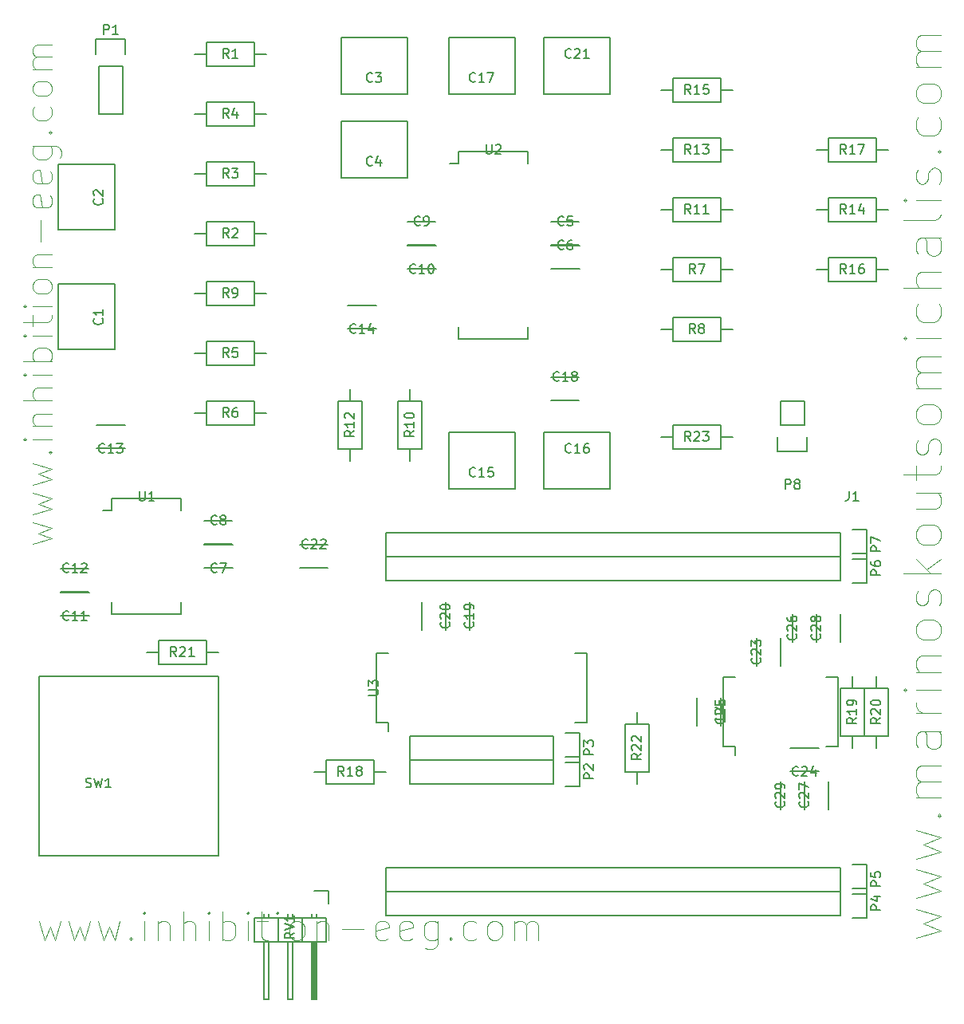
<source format=gto>
G04 #@! TF.FileFunction,Legend,Top*
%FSLAX46Y46*%
G04 Gerber Fmt 4.6, Leading zero omitted, Abs format (unit mm)*
G04 Created by KiCad (PCBNEW 4.0.2-stable) date 2016 September 16, Friday 02:04:32*
%MOMM*%
G01*
G04 APERTURE LIST*
%ADD10C,0.100000*%
%ADD11C,0.150000*%
G04 APERTURE END LIST*
D10*
D11*
X2540000Y-69850000D02*
X21590000Y-69850000D01*
X21590000Y-69850000D02*
X21590000Y-88900000D01*
X21590000Y-88900000D02*
X2540000Y-88900000D01*
X2540000Y-88900000D02*
X2540000Y-69850000D01*
X15240000Y-66040000D02*
X20320000Y-66040000D01*
X20320000Y-66040000D02*
X20320000Y-68580000D01*
X20320000Y-68580000D02*
X15240000Y-68580000D01*
X15240000Y-68580000D02*
X15240000Y-66040000D01*
X15240000Y-67310000D02*
X13970000Y-67310000D01*
X20320000Y-67310000D02*
X21590000Y-67310000D01*
X74930000Y-45720000D02*
X69850000Y-45720000D01*
X69850000Y-45720000D02*
X69850000Y-43180000D01*
X69850000Y-43180000D02*
X74930000Y-43180000D01*
X74930000Y-43180000D02*
X74930000Y-45720000D01*
X74930000Y-44450000D02*
X76200000Y-44450000D01*
X69850000Y-44450000D02*
X68580000Y-44450000D01*
X83840000Y-84070000D02*
X83840000Y-81070000D01*
X86340000Y-81070000D02*
X86340000Y-84070000D01*
X85110000Y-66290000D02*
X85110000Y-63290000D01*
X87610000Y-63290000D02*
X87610000Y-66290000D01*
X82570000Y-66290000D02*
X82570000Y-63290000D01*
X85070000Y-63290000D02*
X85070000Y-66290000D01*
X81300000Y-84070000D02*
X81300000Y-81070000D01*
X83800000Y-81070000D02*
X83800000Y-84070000D01*
X74910000Y-72140000D02*
X74910000Y-75140000D01*
X72410000Y-75140000D02*
X72410000Y-72140000D01*
X78760000Y-68830000D02*
X78760000Y-65830000D01*
X81260000Y-65830000D02*
X81260000Y-68830000D01*
X85340000Y-79990000D02*
X82340000Y-79990000D01*
X82340000Y-77490000D02*
X85340000Y-77490000D01*
X90170000Y-71120000D02*
X90170000Y-76200000D01*
X90170000Y-76200000D02*
X87630000Y-76200000D01*
X87630000Y-76200000D02*
X87630000Y-71120000D01*
X87630000Y-71120000D02*
X90170000Y-71120000D01*
X88900000Y-71120000D02*
X88900000Y-69850000D01*
X88900000Y-76200000D02*
X88900000Y-77470000D01*
X90170000Y-76200000D02*
X90170000Y-71120000D01*
X90170000Y-71120000D02*
X92710000Y-71120000D01*
X92710000Y-71120000D02*
X92710000Y-76200000D01*
X92710000Y-76200000D02*
X90170000Y-76200000D01*
X91440000Y-76200000D02*
X91440000Y-77470000D01*
X91440000Y-71120000D02*
X91440000Y-69850000D01*
X45700000Y-61980000D02*
X45700000Y-64980000D01*
X43200000Y-64980000D02*
X43200000Y-61980000D01*
X48240000Y-61980000D02*
X48240000Y-64980000D01*
X45740000Y-64980000D02*
X45740000Y-61980000D01*
X33020000Y-78740000D02*
X38100000Y-78740000D01*
X38100000Y-78740000D02*
X38100000Y-81280000D01*
X38100000Y-81280000D02*
X33020000Y-81280000D01*
X33020000Y-81280000D02*
X33020000Y-78740000D01*
X33020000Y-80010000D02*
X31750000Y-80010000D01*
X38100000Y-80010000D02*
X39370000Y-80010000D01*
X30230000Y-55900000D02*
X33230000Y-55900000D01*
X33230000Y-58400000D02*
X30230000Y-58400000D01*
X86360000Y-12700000D02*
X91440000Y-12700000D01*
X91440000Y-12700000D02*
X91440000Y-15240000D01*
X91440000Y-15240000D02*
X86360000Y-15240000D01*
X86360000Y-15240000D02*
X86360000Y-12700000D01*
X86360000Y-13970000D02*
X85090000Y-13970000D01*
X91440000Y-13970000D02*
X92710000Y-13970000D01*
X74930000Y-8890000D02*
X69850000Y-8890000D01*
X69850000Y-8890000D02*
X69850000Y-6350000D01*
X69850000Y-6350000D02*
X74930000Y-6350000D01*
X74930000Y-6350000D02*
X74930000Y-8890000D01*
X74930000Y-7620000D02*
X76200000Y-7620000D01*
X69850000Y-7620000D02*
X68580000Y-7620000D01*
X56150000Y-2080000D02*
X63150000Y-2080000D01*
X63150000Y-2080000D02*
X63150000Y-8080000D01*
X63150000Y-8080000D02*
X56150000Y-8080000D01*
X56150000Y-8080000D02*
X56150000Y-2080000D01*
X53070000Y-8080000D02*
X46070000Y-8080000D01*
X46070000Y-8080000D02*
X46070000Y-2080000D01*
X46070000Y-2080000D02*
X53070000Y-2080000D01*
X53070000Y-2080000D02*
X53070000Y-8080000D01*
X86360000Y-19050000D02*
X91440000Y-19050000D01*
X91440000Y-19050000D02*
X91440000Y-21590000D01*
X91440000Y-21590000D02*
X86360000Y-21590000D01*
X86360000Y-21590000D02*
X86360000Y-19050000D01*
X86360000Y-20320000D02*
X85090000Y-20320000D01*
X91440000Y-20320000D02*
X92710000Y-20320000D01*
X91440000Y-27940000D02*
X86360000Y-27940000D01*
X86360000Y-27940000D02*
X86360000Y-25400000D01*
X86360000Y-25400000D02*
X91440000Y-25400000D01*
X91440000Y-25400000D02*
X91440000Y-27940000D01*
X91440000Y-26670000D02*
X92710000Y-26670000D01*
X86360000Y-26670000D02*
X85090000Y-26670000D01*
X56900000Y-38120000D02*
X59900000Y-38120000D01*
X59900000Y-40620000D02*
X56900000Y-40620000D01*
X69850000Y-12700000D02*
X74930000Y-12700000D01*
X74930000Y-12700000D02*
X74930000Y-15240000D01*
X74930000Y-15240000D02*
X69850000Y-15240000D01*
X69850000Y-15240000D02*
X69850000Y-12700000D01*
X69850000Y-13970000D02*
X68580000Y-13970000D01*
X74930000Y-13970000D02*
X76200000Y-13970000D01*
X53070000Y-49990000D02*
X46070000Y-49990000D01*
X46070000Y-49990000D02*
X46070000Y-43990000D01*
X46070000Y-43990000D02*
X53070000Y-43990000D01*
X53070000Y-43990000D02*
X53070000Y-49990000D01*
X56150000Y-43990000D02*
X63150000Y-43990000D01*
X63150000Y-43990000D02*
X63150000Y-49990000D01*
X63150000Y-49990000D02*
X56150000Y-49990000D01*
X56150000Y-49990000D02*
X56150000Y-43990000D01*
X69850000Y-25400000D02*
X74930000Y-25400000D01*
X74930000Y-25400000D02*
X74930000Y-27940000D01*
X74930000Y-27940000D02*
X69850000Y-27940000D01*
X69850000Y-27940000D02*
X69850000Y-25400000D01*
X69850000Y-26670000D02*
X68580000Y-26670000D01*
X74930000Y-26670000D02*
X76200000Y-26670000D01*
X74930000Y-34290000D02*
X69850000Y-34290000D01*
X69850000Y-34290000D02*
X69850000Y-31750000D01*
X69850000Y-31750000D02*
X74930000Y-31750000D01*
X74930000Y-31750000D02*
X74930000Y-34290000D01*
X74930000Y-33020000D02*
X76200000Y-33020000D01*
X69850000Y-33020000D02*
X68580000Y-33020000D01*
X38350000Y-33000000D02*
X35350000Y-33000000D01*
X35350000Y-30500000D02*
X38350000Y-30500000D01*
X36830000Y-40640000D02*
X36830000Y-45720000D01*
X36830000Y-45720000D02*
X34290000Y-45720000D01*
X34290000Y-45720000D02*
X34290000Y-40640000D01*
X34290000Y-40640000D02*
X36830000Y-40640000D01*
X35560000Y-40640000D02*
X35560000Y-39370000D01*
X35560000Y-45720000D02*
X35560000Y-46990000D01*
X69850000Y-19050000D02*
X74930000Y-19050000D01*
X74930000Y-19050000D02*
X74930000Y-21590000D01*
X74930000Y-21590000D02*
X69850000Y-21590000D01*
X69850000Y-21590000D02*
X69850000Y-19050000D01*
X69850000Y-20320000D02*
X68580000Y-20320000D01*
X74930000Y-20320000D02*
X76200000Y-20320000D01*
X40640000Y-45720000D02*
X40640000Y-40640000D01*
X40640000Y-40640000D02*
X43180000Y-40640000D01*
X43180000Y-40640000D02*
X43180000Y-45720000D01*
X43180000Y-45720000D02*
X40640000Y-45720000D01*
X41910000Y-45720000D02*
X41910000Y-46990000D01*
X41910000Y-40640000D02*
X41910000Y-39370000D01*
X20320000Y-27940000D02*
X25400000Y-27940000D01*
X25400000Y-27940000D02*
X25400000Y-30480000D01*
X25400000Y-30480000D02*
X20320000Y-30480000D01*
X20320000Y-30480000D02*
X20320000Y-27940000D01*
X20320000Y-29210000D02*
X19050000Y-29210000D01*
X25400000Y-29210000D02*
X26670000Y-29210000D01*
X11680000Y-45700000D02*
X8680000Y-45700000D01*
X8680000Y-43200000D02*
X11680000Y-43200000D01*
X44700000Y-26650000D02*
X41700000Y-26650000D01*
X41700000Y-24150000D02*
X44700000Y-24150000D01*
X41660000Y-21610000D02*
X44660000Y-21610000D01*
X44660000Y-24110000D02*
X41660000Y-24110000D01*
X59940000Y-26650000D02*
X56940000Y-26650000D01*
X56940000Y-24150000D02*
X59940000Y-24150000D01*
X56900000Y-21610000D02*
X59900000Y-21610000D01*
X59900000Y-24110000D02*
X56900000Y-24110000D01*
X20320000Y-34290000D02*
X25400000Y-34290000D01*
X25400000Y-34290000D02*
X25400000Y-36830000D01*
X25400000Y-36830000D02*
X20320000Y-36830000D01*
X20320000Y-36830000D02*
X20320000Y-34290000D01*
X20320000Y-35560000D02*
X19050000Y-35560000D01*
X25400000Y-35560000D02*
X26670000Y-35560000D01*
X25400000Y-43180000D02*
X20320000Y-43180000D01*
X20320000Y-43180000D02*
X20320000Y-40640000D01*
X20320000Y-40640000D02*
X25400000Y-40640000D01*
X25400000Y-40640000D02*
X25400000Y-43180000D01*
X25400000Y-41910000D02*
X26670000Y-41910000D01*
X20320000Y-41910000D02*
X19050000Y-41910000D01*
X20070000Y-53360000D02*
X23070000Y-53360000D01*
X23070000Y-55860000D02*
X20070000Y-55860000D01*
X23110000Y-58400000D02*
X20110000Y-58400000D01*
X20110000Y-55900000D02*
X23110000Y-55900000D01*
X7870000Y-63480000D02*
X4870000Y-63480000D01*
X4870000Y-60980000D02*
X7870000Y-60980000D01*
X4830000Y-58440000D02*
X7830000Y-58440000D01*
X7830000Y-60940000D02*
X4830000Y-60940000D01*
X10295000Y-51045000D02*
X10295000Y-52315000D01*
X17645000Y-51045000D02*
X17645000Y-52315000D01*
X17645000Y-63255000D02*
X17645000Y-61985000D01*
X10295000Y-63255000D02*
X10295000Y-61985000D01*
X10295000Y-51045000D02*
X17645000Y-51045000D01*
X10295000Y-63255000D02*
X17645000Y-63255000D01*
X10295000Y-52315000D02*
X9360000Y-52315000D01*
X20320000Y-15240000D02*
X25400000Y-15240000D01*
X25400000Y-15240000D02*
X25400000Y-17780000D01*
X25400000Y-17780000D02*
X20320000Y-17780000D01*
X20320000Y-17780000D02*
X20320000Y-15240000D01*
X20320000Y-16510000D02*
X19050000Y-16510000D01*
X25400000Y-16510000D02*
X26670000Y-16510000D01*
X20320000Y-21590000D02*
X25400000Y-21590000D01*
X25400000Y-21590000D02*
X25400000Y-24130000D01*
X25400000Y-24130000D02*
X20320000Y-24130000D01*
X20320000Y-24130000D02*
X20320000Y-21590000D01*
X20320000Y-22860000D02*
X19050000Y-22860000D01*
X25400000Y-22860000D02*
X26670000Y-22860000D01*
X10620000Y-15510000D02*
X10620000Y-22510000D01*
X10620000Y-22510000D02*
X4620000Y-22510000D01*
X4620000Y-22510000D02*
X4620000Y-15510000D01*
X4620000Y-15510000D02*
X10620000Y-15510000D01*
X10620000Y-28210000D02*
X10620000Y-35210000D01*
X10620000Y-35210000D02*
X4620000Y-35210000D01*
X4620000Y-35210000D02*
X4620000Y-28210000D01*
X4620000Y-28210000D02*
X10620000Y-28210000D01*
X41640000Y-8080000D02*
X34640000Y-8080000D01*
X34640000Y-8080000D02*
X34640000Y-2080000D01*
X34640000Y-2080000D02*
X41640000Y-2080000D01*
X41640000Y-2080000D02*
X41640000Y-8080000D01*
X41640000Y-16970000D02*
X34640000Y-16970000D01*
X34640000Y-16970000D02*
X34640000Y-10970000D01*
X34640000Y-10970000D02*
X41640000Y-10970000D01*
X41640000Y-10970000D02*
X41640000Y-16970000D01*
X47125000Y-14215000D02*
X47125000Y-15485000D01*
X54475000Y-14215000D02*
X54475000Y-15485000D01*
X54475000Y-34045000D02*
X54475000Y-32775000D01*
X47125000Y-34045000D02*
X47125000Y-32775000D01*
X47125000Y-14215000D02*
X54475000Y-14215000D01*
X47125000Y-34045000D02*
X54475000Y-34045000D01*
X47125000Y-15485000D02*
X46190000Y-15485000D01*
X75175000Y-77335000D02*
X76445000Y-77335000D01*
X75175000Y-69985000D02*
X76445000Y-69985000D01*
X87385000Y-69985000D02*
X86115000Y-69985000D01*
X87385000Y-77335000D02*
X86115000Y-77335000D01*
X75175000Y-77335000D02*
X75175000Y-69985000D01*
X87385000Y-77335000D02*
X87385000Y-69985000D01*
X76445000Y-77335000D02*
X76445000Y-78270000D01*
X33300000Y-92680000D02*
X31750000Y-92680000D01*
X33300000Y-93980000D02*
X33300000Y-92680000D01*
X31877000Y-98171000D02*
X31877000Y-104013000D01*
X31877000Y-104013000D02*
X31623000Y-104013000D01*
X31623000Y-104013000D02*
X31623000Y-98171000D01*
X31623000Y-98171000D02*
X31750000Y-98171000D01*
X31750000Y-98171000D02*
X31750000Y-104013000D01*
X32004000Y-95504000D02*
X32004000Y-95123000D01*
X31496000Y-95504000D02*
X31496000Y-95123000D01*
X29464000Y-95504000D02*
X29464000Y-95123000D01*
X28956000Y-95504000D02*
X28956000Y-95123000D01*
X26924000Y-95504000D02*
X26924000Y-95123000D01*
X26416000Y-95504000D02*
X26416000Y-95123000D01*
X30480000Y-98044000D02*
X33020000Y-98044000D01*
X31496000Y-104140000D02*
X31496000Y-98044000D01*
X32004000Y-104140000D02*
X31496000Y-104140000D01*
X32004000Y-98044000D02*
X32004000Y-104140000D01*
X30480000Y-95504000D02*
X30480000Y-98044000D01*
X33020000Y-95504000D02*
X30480000Y-95504000D01*
X33020000Y-95504000D02*
X33020000Y-98044000D01*
X27940000Y-95504000D02*
X27940000Y-98044000D01*
X27940000Y-95504000D02*
X25400000Y-95504000D01*
X26924000Y-98044000D02*
X26924000Y-104140000D01*
X26924000Y-104140000D02*
X26416000Y-104140000D01*
X26416000Y-104140000D02*
X26416000Y-98044000D01*
X25400000Y-98044000D02*
X27940000Y-98044000D01*
X27940000Y-98044000D02*
X30480000Y-98044000D01*
X28956000Y-104140000D02*
X28956000Y-98044000D01*
X29464000Y-104140000D02*
X28956000Y-104140000D01*
X29464000Y-98044000D02*
X29464000Y-104140000D01*
X27940000Y-95504000D02*
X27940000Y-98044000D01*
X30480000Y-95504000D02*
X27940000Y-95504000D01*
X30480000Y-95504000D02*
X30480000Y-98044000D01*
X25400000Y-95504000D02*
X25400000Y-98044000D01*
X87630000Y-57150000D02*
X39370000Y-57150000D01*
X39370000Y-57150000D02*
X39370000Y-54610000D01*
X39370000Y-54610000D02*
X87630000Y-54610000D01*
X90450000Y-57430000D02*
X88900000Y-57430000D01*
X87630000Y-57150000D02*
X87630000Y-54610000D01*
X88900000Y-54330000D02*
X90450000Y-54330000D01*
X90450000Y-54330000D02*
X90450000Y-57430000D01*
X87630000Y-59690000D02*
X39370000Y-59690000D01*
X39370000Y-59690000D02*
X39370000Y-57150000D01*
X39370000Y-57150000D02*
X87630000Y-57150000D01*
X90450000Y-59970000D02*
X88900000Y-59970000D01*
X87630000Y-59690000D02*
X87630000Y-57150000D01*
X88900000Y-56870000D02*
X90450000Y-56870000D01*
X90450000Y-56870000D02*
X90450000Y-59970000D01*
X38345000Y-74795000D02*
X39615000Y-74795000D01*
X38345000Y-67445000D02*
X39615000Y-67445000D01*
X60715000Y-67445000D02*
X59445000Y-67445000D01*
X60715000Y-74795000D02*
X59445000Y-74795000D01*
X38345000Y-74795000D02*
X38345000Y-67445000D01*
X60715000Y-74795000D02*
X60715000Y-67445000D01*
X39615000Y-74795000D02*
X39615000Y-75730000D01*
X57150000Y-78740000D02*
X41910000Y-78740000D01*
X41910000Y-78740000D02*
X41910000Y-76200000D01*
X41910000Y-76200000D02*
X57150000Y-76200000D01*
X59970000Y-79020000D02*
X58420000Y-79020000D01*
X57150000Y-78740000D02*
X57150000Y-76200000D01*
X58420000Y-75920000D02*
X59970000Y-75920000D01*
X59970000Y-75920000D02*
X59970000Y-79020000D01*
X57150000Y-81280000D02*
X41910000Y-81280000D01*
X41910000Y-81280000D02*
X41910000Y-78740000D01*
X41910000Y-78740000D02*
X57150000Y-78740000D01*
X59970000Y-81560000D02*
X58420000Y-81560000D01*
X57150000Y-81280000D02*
X57150000Y-78740000D01*
X58420000Y-78460000D02*
X59970000Y-78460000D01*
X59970000Y-78460000D02*
X59970000Y-81560000D01*
X87630000Y-92710000D02*
X39370000Y-92710000D01*
X39370000Y-92710000D02*
X39370000Y-90170000D01*
X39370000Y-90170000D02*
X87630000Y-90170000D01*
X90450000Y-92990000D02*
X88900000Y-92990000D01*
X87630000Y-92710000D02*
X87630000Y-90170000D01*
X88900000Y-89890000D02*
X90450000Y-89890000D01*
X90450000Y-89890000D02*
X90450000Y-92990000D01*
X87630000Y-95250000D02*
X39370000Y-95250000D01*
X39370000Y-95250000D02*
X39370000Y-92710000D01*
X39370000Y-92710000D02*
X87630000Y-92710000D01*
X90450000Y-95530000D02*
X88900000Y-95530000D01*
X87630000Y-95250000D02*
X87630000Y-92710000D01*
X88900000Y-92430000D02*
X90450000Y-92430000D01*
X90450000Y-92430000D02*
X90450000Y-95530000D01*
X8890000Y-5080000D02*
X8890000Y-10160000D01*
X8890000Y-10160000D02*
X11430000Y-10160000D01*
X11430000Y-10160000D02*
X11430000Y-5080000D01*
X11710000Y-2260000D02*
X11710000Y-3810000D01*
X11430000Y-5080000D02*
X8890000Y-5080000D01*
X8610000Y-3810000D02*
X8610000Y-2260000D01*
X8610000Y-2260000D02*
X11710000Y-2260000D01*
X20320000Y-8890000D02*
X25400000Y-8890000D01*
X25400000Y-8890000D02*
X25400000Y-11430000D01*
X25400000Y-11430000D02*
X20320000Y-11430000D01*
X20320000Y-11430000D02*
X20320000Y-8890000D01*
X20320000Y-10160000D02*
X19050000Y-10160000D01*
X25400000Y-10160000D02*
X26670000Y-10160000D01*
X25400000Y-5080000D02*
X20320000Y-5080000D01*
X20320000Y-5080000D02*
X20320000Y-2540000D01*
X20320000Y-2540000D02*
X25400000Y-2540000D01*
X25400000Y-2540000D02*
X25400000Y-5080000D01*
X25400000Y-3810000D02*
X26670000Y-3810000D01*
X20320000Y-3810000D02*
X19050000Y-3810000D01*
X81280000Y-43180000D02*
X81280000Y-40640000D01*
X81000000Y-46000000D02*
X81000000Y-44450000D01*
X81280000Y-43180000D02*
X83820000Y-43180000D01*
X84100000Y-44450000D02*
X84100000Y-46000000D01*
X84100000Y-46000000D02*
X81000000Y-46000000D01*
X83820000Y-43180000D02*
X83820000Y-40640000D01*
X83820000Y-40640000D02*
X81280000Y-40640000D01*
X67310000Y-74930000D02*
X67310000Y-80010000D01*
X67310000Y-80010000D02*
X64770000Y-80010000D01*
X64770000Y-80010000D02*
X64770000Y-74930000D01*
X64770000Y-74930000D02*
X67310000Y-74930000D01*
X66040000Y-74930000D02*
X66040000Y-73660000D01*
X66040000Y-80010000D02*
X66040000Y-81280000D01*
D10*
X2567142Y-95877143D02*
X3138571Y-97877143D01*
X3710000Y-96448571D01*
X4281428Y-97877143D01*
X4852857Y-95877143D01*
X5709999Y-95877143D02*
X6281428Y-97877143D01*
X6852857Y-96448571D01*
X7424285Y-97877143D01*
X7995714Y-95877143D01*
X8852856Y-95877143D02*
X9424285Y-97877143D01*
X9995714Y-96448571D01*
X10567142Y-97877143D01*
X11138571Y-95877143D01*
X12281428Y-97591429D02*
X12424285Y-97734286D01*
X12281428Y-97877143D01*
X12138571Y-97734286D01*
X12281428Y-97591429D01*
X12281428Y-97877143D01*
X13709999Y-97877143D02*
X13709999Y-95877143D01*
X13709999Y-94877143D02*
X13567142Y-95020000D01*
X13709999Y-95162857D01*
X13852856Y-95020000D01*
X13709999Y-94877143D01*
X13709999Y-95162857D01*
X15138570Y-95877143D02*
X15138570Y-97877143D01*
X15138570Y-96162857D02*
X15281427Y-96020000D01*
X15567141Y-95877143D01*
X15995713Y-95877143D01*
X16281427Y-96020000D01*
X16424284Y-96305714D01*
X16424284Y-97877143D01*
X17852856Y-97877143D02*
X17852856Y-94877143D01*
X19138570Y-97877143D02*
X19138570Y-96305714D01*
X18995713Y-96020000D01*
X18709999Y-95877143D01*
X18281427Y-95877143D01*
X17995713Y-96020000D01*
X17852856Y-96162857D01*
X20567142Y-97877143D02*
X20567142Y-95877143D01*
X20567142Y-94877143D02*
X20424285Y-95020000D01*
X20567142Y-95162857D01*
X20709999Y-95020000D01*
X20567142Y-94877143D01*
X20567142Y-95162857D01*
X21995713Y-97877143D02*
X21995713Y-94877143D01*
X21995713Y-96020000D02*
X22281427Y-95877143D01*
X22852856Y-95877143D01*
X23138570Y-96020000D01*
X23281427Y-96162857D01*
X23424284Y-96448571D01*
X23424284Y-97305714D01*
X23281427Y-97591429D01*
X23138570Y-97734286D01*
X22852856Y-97877143D01*
X22281427Y-97877143D01*
X21995713Y-97734286D01*
X24709999Y-97877143D02*
X24709999Y-95877143D01*
X24709999Y-94877143D02*
X24567142Y-95020000D01*
X24709999Y-95162857D01*
X24852856Y-95020000D01*
X24709999Y-94877143D01*
X24709999Y-95162857D01*
X25709998Y-95877143D02*
X26852855Y-95877143D01*
X26138570Y-94877143D02*
X26138570Y-97448571D01*
X26281427Y-97734286D01*
X26567141Y-97877143D01*
X26852855Y-97877143D01*
X27852856Y-97877143D02*
X27852856Y-95877143D01*
X27852856Y-94877143D02*
X27709999Y-95020000D01*
X27852856Y-95162857D01*
X27995713Y-95020000D01*
X27852856Y-94877143D01*
X27852856Y-95162857D01*
X29709998Y-97877143D02*
X29424284Y-97734286D01*
X29281427Y-97591429D01*
X29138570Y-97305714D01*
X29138570Y-96448571D01*
X29281427Y-96162857D01*
X29424284Y-96020000D01*
X29709998Y-95877143D01*
X30138570Y-95877143D01*
X30424284Y-96020000D01*
X30567141Y-96162857D01*
X30709998Y-96448571D01*
X30709998Y-97305714D01*
X30567141Y-97591429D01*
X30424284Y-97734286D01*
X30138570Y-97877143D01*
X29709998Y-97877143D01*
X31995713Y-95877143D02*
X31995713Y-97877143D01*
X31995713Y-96162857D02*
X32138570Y-96020000D01*
X32424284Y-95877143D01*
X32852856Y-95877143D01*
X33138570Y-96020000D01*
X33281427Y-96305714D01*
X33281427Y-97877143D01*
X34709999Y-96734286D02*
X36995713Y-96734286D01*
X39567142Y-97734286D02*
X39281428Y-97877143D01*
X38709999Y-97877143D01*
X38424285Y-97734286D01*
X38281428Y-97448571D01*
X38281428Y-96305714D01*
X38424285Y-96020000D01*
X38709999Y-95877143D01*
X39281428Y-95877143D01*
X39567142Y-96020000D01*
X39709999Y-96305714D01*
X39709999Y-96591429D01*
X38281428Y-96877143D01*
X42138571Y-97734286D02*
X41852857Y-97877143D01*
X41281428Y-97877143D01*
X40995714Y-97734286D01*
X40852857Y-97448571D01*
X40852857Y-96305714D01*
X40995714Y-96020000D01*
X41281428Y-95877143D01*
X41852857Y-95877143D01*
X42138571Y-96020000D01*
X42281428Y-96305714D01*
X42281428Y-96591429D01*
X40852857Y-96877143D01*
X44852857Y-95877143D02*
X44852857Y-98305714D01*
X44710000Y-98591429D01*
X44567143Y-98734286D01*
X44281428Y-98877143D01*
X43852857Y-98877143D01*
X43567143Y-98734286D01*
X44852857Y-97734286D02*
X44567143Y-97877143D01*
X43995714Y-97877143D01*
X43710000Y-97734286D01*
X43567143Y-97591429D01*
X43424286Y-97305714D01*
X43424286Y-96448571D01*
X43567143Y-96162857D01*
X43710000Y-96020000D01*
X43995714Y-95877143D01*
X44567143Y-95877143D01*
X44852857Y-96020000D01*
X46281429Y-97591429D02*
X46424286Y-97734286D01*
X46281429Y-97877143D01*
X46138572Y-97734286D01*
X46281429Y-97591429D01*
X46281429Y-97877143D01*
X48995714Y-97734286D02*
X48710000Y-97877143D01*
X48138571Y-97877143D01*
X47852857Y-97734286D01*
X47710000Y-97591429D01*
X47567143Y-97305714D01*
X47567143Y-96448571D01*
X47710000Y-96162857D01*
X47852857Y-96020000D01*
X48138571Y-95877143D01*
X48710000Y-95877143D01*
X48995714Y-96020000D01*
X50710000Y-97877143D02*
X50424286Y-97734286D01*
X50281429Y-97591429D01*
X50138572Y-97305714D01*
X50138572Y-96448571D01*
X50281429Y-96162857D01*
X50424286Y-96020000D01*
X50710000Y-95877143D01*
X51138572Y-95877143D01*
X51424286Y-96020000D01*
X51567143Y-96162857D01*
X51710000Y-96448571D01*
X51710000Y-97305714D01*
X51567143Y-97591429D01*
X51424286Y-97734286D01*
X51138572Y-97877143D01*
X50710000Y-97877143D01*
X52995715Y-97877143D02*
X52995715Y-95877143D01*
X52995715Y-96162857D02*
X53138572Y-96020000D01*
X53424286Y-95877143D01*
X53852858Y-95877143D01*
X54138572Y-96020000D01*
X54281429Y-96305714D01*
X54281429Y-97877143D01*
X54281429Y-96305714D02*
X54424286Y-96020000D01*
X54710000Y-95877143D01*
X55138572Y-95877143D01*
X55424286Y-96020000D01*
X55567143Y-96305714D01*
X55567143Y-97877143D01*
D11*
D10*
X95662857Y-97625237D02*
X98329524Y-96863333D01*
X96424762Y-96101428D01*
X98329524Y-95339523D01*
X95662857Y-94577618D01*
X95662857Y-93434761D02*
X98329524Y-92672857D01*
X96424762Y-91910952D01*
X98329524Y-91149047D01*
X95662857Y-90387142D01*
X95662857Y-89244285D02*
X98329524Y-88482381D01*
X96424762Y-87720476D01*
X98329524Y-86958571D01*
X95662857Y-86196666D01*
X97948571Y-84672857D02*
X98139048Y-84482381D01*
X98329524Y-84672857D01*
X98139048Y-84863333D01*
X97948571Y-84672857D01*
X98329524Y-84672857D01*
X98329524Y-82768095D02*
X95662857Y-82768095D01*
X96043810Y-82768095D02*
X95853333Y-82577619D01*
X95662857Y-82196666D01*
X95662857Y-81625238D01*
X95853333Y-81244286D01*
X96234286Y-81053809D01*
X98329524Y-81053809D01*
X96234286Y-81053809D02*
X95853333Y-80863333D01*
X95662857Y-80482381D01*
X95662857Y-79910952D01*
X95853333Y-79530000D01*
X96234286Y-79339524D01*
X98329524Y-79339524D01*
X98329524Y-75720476D02*
X96234286Y-75720476D01*
X95853333Y-75910953D01*
X95662857Y-76291905D01*
X95662857Y-77053810D01*
X95853333Y-77434762D01*
X98139048Y-75720476D02*
X98329524Y-76101429D01*
X98329524Y-77053810D01*
X98139048Y-77434762D01*
X97758095Y-77625238D01*
X97377143Y-77625238D01*
X96996190Y-77434762D01*
X96805714Y-77053810D01*
X96805714Y-76101429D01*
X96615238Y-75720476D01*
X98329524Y-73815714D02*
X95662857Y-73815714D01*
X96424762Y-73815714D02*
X96043810Y-73625238D01*
X95853333Y-73434762D01*
X95662857Y-73053809D01*
X95662857Y-72672857D01*
X98329524Y-71339524D02*
X95662857Y-71339524D01*
X94329524Y-71339524D02*
X94520000Y-71530000D01*
X94710476Y-71339524D01*
X94520000Y-71149048D01*
X94329524Y-71339524D01*
X94710476Y-71339524D01*
X95662857Y-69434762D02*
X98329524Y-69434762D01*
X96043810Y-69434762D02*
X95853333Y-69244286D01*
X95662857Y-68863333D01*
X95662857Y-68291905D01*
X95853333Y-67910953D01*
X96234286Y-67720476D01*
X98329524Y-67720476D01*
X98329524Y-65244285D02*
X98139048Y-65625238D01*
X97948571Y-65815714D01*
X97567619Y-66006190D01*
X96424762Y-66006190D01*
X96043810Y-65815714D01*
X95853333Y-65625238D01*
X95662857Y-65244285D01*
X95662857Y-64672857D01*
X95853333Y-64291905D01*
X96043810Y-64101428D01*
X96424762Y-63910952D01*
X97567619Y-63910952D01*
X97948571Y-64101428D01*
X98139048Y-64291905D01*
X98329524Y-64672857D01*
X98329524Y-65244285D01*
X98139048Y-62387142D02*
X98329524Y-62006190D01*
X98329524Y-61244285D01*
X98139048Y-60863333D01*
X97758095Y-60672857D01*
X97567619Y-60672857D01*
X97186667Y-60863333D01*
X96996190Y-61244285D01*
X96996190Y-61815714D01*
X96805714Y-62196666D01*
X96424762Y-62387142D01*
X96234286Y-62387142D01*
X95853333Y-62196666D01*
X95662857Y-61815714D01*
X95662857Y-61244285D01*
X95853333Y-60863333D01*
X98329524Y-58958571D02*
X94329524Y-58958571D01*
X96805714Y-58577619D02*
X98329524Y-57434762D01*
X95662857Y-57434762D02*
X97186667Y-58958571D01*
X98329524Y-55149047D02*
X98139048Y-55530000D01*
X97948571Y-55720476D01*
X97567619Y-55910952D01*
X96424762Y-55910952D01*
X96043810Y-55720476D01*
X95853333Y-55530000D01*
X95662857Y-55149047D01*
X95662857Y-54577619D01*
X95853333Y-54196667D01*
X96043810Y-54006190D01*
X96424762Y-53815714D01*
X97567619Y-53815714D01*
X97948571Y-54006190D01*
X98139048Y-54196667D01*
X98329524Y-54577619D01*
X98329524Y-55149047D01*
X95662857Y-50387142D02*
X98329524Y-50387142D01*
X95662857Y-52101428D02*
X97758095Y-52101428D01*
X98139048Y-51910952D01*
X98329524Y-51529999D01*
X98329524Y-50958571D01*
X98139048Y-50577619D01*
X97948571Y-50387142D01*
X95662857Y-49053809D02*
X95662857Y-47529999D01*
X94329524Y-48482380D02*
X97758095Y-48482380D01*
X98139048Y-48291904D01*
X98329524Y-47910951D01*
X98329524Y-47529999D01*
X98139048Y-46387142D02*
X98329524Y-46006190D01*
X98329524Y-45244285D01*
X98139048Y-44863333D01*
X97758095Y-44672857D01*
X97567619Y-44672857D01*
X97186667Y-44863333D01*
X96996190Y-45244285D01*
X96996190Y-45815714D01*
X96805714Y-46196666D01*
X96424762Y-46387142D01*
X96234286Y-46387142D01*
X95853333Y-46196666D01*
X95662857Y-45815714D01*
X95662857Y-45244285D01*
X95853333Y-44863333D01*
X98329524Y-42387142D02*
X98139048Y-42768095D01*
X97948571Y-42958571D01*
X97567619Y-43149047D01*
X96424762Y-43149047D01*
X96043810Y-42958571D01*
X95853333Y-42768095D01*
X95662857Y-42387142D01*
X95662857Y-41815714D01*
X95853333Y-41434762D01*
X96043810Y-41244285D01*
X96424762Y-41053809D01*
X97567619Y-41053809D01*
X97948571Y-41244285D01*
X98139048Y-41434762D01*
X98329524Y-41815714D01*
X98329524Y-42387142D01*
X98329524Y-39339523D02*
X95662857Y-39339523D01*
X96043810Y-39339523D02*
X95853333Y-39149047D01*
X95662857Y-38768094D01*
X95662857Y-38196666D01*
X95853333Y-37815714D01*
X96234286Y-37625237D01*
X98329524Y-37625237D01*
X96234286Y-37625237D02*
X95853333Y-37434761D01*
X95662857Y-37053809D01*
X95662857Y-36482380D01*
X95853333Y-36101428D01*
X96234286Y-35910952D01*
X98329524Y-35910952D01*
X98329524Y-34006190D02*
X95662857Y-34006190D01*
X94329524Y-34006190D02*
X94520000Y-34196666D01*
X94710476Y-34006190D01*
X94520000Y-33815714D01*
X94329524Y-34006190D01*
X94710476Y-34006190D01*
X98139048Y-30387142D02*
X98329524Y-30768095D01*
X98329524Y-31529999D01*
X98139048Y-31910952D01*
X97948571Y-32101428D01*
X97567619Y-32291904D01*
X96424762Y-32291904D01*
X96043810Y-32101428D01*
X95853333Y-31910952D01*
X95662857Y-31529999D01*
X95662857Y-30768095D01*
X95853333Y-30387142D01*
X98329524Y-28672857D02*
X94329524Y-28672857D01*
X98329524Y-26958571D02*
X96234286Y-26958571D01*
X95853333Y-27149048D01*
X95662857Y-27530000D01*
X95662857Y-28101428D01*
X95853333Y-28482381D01*
X96043810Y-28672857D01*
X98329524Y-23339523D02*
X96234286Y-23339523D01*
X95853333Y-23530000D01*
X95662857Y-23910952D01*
X95662857Y-24672857D01*
X95853333Y-25053809D01*
X98139048Y-23339523D02*
X98329524Y-23720476D01*
X98329524Y-24672857D01*
X98139048Y-25053809D01*
X97758095Y-25244285D01*
X97377143Y-25244285D01*
X96996190Y-25053809D01*
X96805714Y-24672857D01*
X96805714Y-23720476D01*
X96615238Y-23339523D01*
X98329524Y-20863332D02*
X98139048Y-21244285D01*
X97758095Y-21434761D01*
X94329524Y-21434761D01*
X98329524Y-19339523D02*
X95662857Y-19339523D01*
X94329524Y-19339523D02*
X94520000Y-19529999D01*
X94710476Y-19339523D01*
X94520000Y-19149047D01*
X94329524Y-19339523D01*
X94710476Y-19339523D01*
X98139048Y-17625237D02*
X98329524Y-17244285D01*
X98329524Y-16482380D01*
X98139048Y-16101428D01*
X97758095Y-15910952D01*
X97567619Y-15910952D01*
X97186667Y-16101428D01*
X96996190Y-16482380D01*
X96996190Y-17053809D01*
X96805714Y-17434761D01*
X96424762Y-17625237D01*
X96234286Y-17625237D01*
X95853333Y-17434761D01*
X95662857Y-17053809D01*
X95662857Y-16482380D01*
X95853333Y-16101428D01*
X97948571Y-14196666D02*
X98139048Y-14006190D01*
X98329524Y-14196666D01*
X98139048Y-14387142D01*
X97948571Y-14196666D01*
X98329524Y-14196666D01*
X98139048Y-10577618D02*
X98329524Y-10958571D01*
X98329524Y-11720475D01*
X98139048Y-12101428D01*
X97948571Y-12291904D01*
X97567619Y-12482380D01*
X96424762Y-12482380D01*
X96043810Y-12291904D01*
X95853333Y-12101428D01*
X95662857Y-11720475D01*
X95662857Y-10958571D01*
X95853333Y-10577618D01*
X98329524Y-8291904D02*
X98139048Y-8672857D01*
X97948571Y-8863333D01*
X97567619Y-9053809D01*
X96424762Y-9053809D01*
X96043810Y-8863333D01*
X95853333Y-8672857D01*
X95662857Y-8291904D01*
X95662857Y-7720476D01*
X95853333Y-7339524D01*
X96043810Y-7149047D01*
X96424762Y-6958571D01*
X97567619Y-6958571D01*
X97948571Y-7149047D01*
X98139048Y-7339524D01*
X98329524Y-7720476D01*
X98329524Y-8291904D01*
X98329524Y-5244285D02*
X95662857Y-5244285D01*
X96043810Y-5244285D02*
X95853333Y-5053809D01*
X95662857Y-4672856D01*
X95662857Y-4101428D01*
X95853333Y-3720476D01*
X96234286Y-3529999D01*
X98329524Y-3529999D01*
X96234286Y-3529999D02*
X95853333Y-3339523D01*
X95662857Y-2958571D01*
X95662857Y-2387142D01*
X95853333Y-2006190D01*
X96234286Y-1815714D01*
X98329524Y-1815714D01*
D11*
D10*
X1897143Y-55852858D02*
X3897143Y-55281429D01*
X2468571Y-54710000D01*
X3897143Y-54138572D01*
X1897143Y-53567143D01*
X1897143Y-52710001D02*
X3897143Y-52138572D01*
X2468571Y-51567143D01*
X3897143Y-50995715D01*
X1897143Y-50424286D01*
X1897143Y-49567144D02*
X3897143Y-48995715D01*
X2468571Y-48424286D01*
X3897143Y-47852858D01*
X1897143Y-47281429D01*
X3611429Y-46138572D02*
X3754286Y-45995715D01*
X3897143Y-46138572D01*
X3754286Y-46281429D01*
X3611429Y-46138572D01*
X3897143Y-46138572D01*
X3897143Y-44710001D02*
X1897143Y-44710001D01*
X897143Y-44710001D02*
X1040000Y-44852858D01*
X1182857Y-44710001D01*
X1040000Y-44567144D01*
X897143Y-44710001D01*
X1182857Y-44710001D01*
X1897143Y-43281430D02*
X3897143Y-43281430D01*
X2182857Y-43281430D02*
X2040000Y-43138573D01*
X1897143Y-42852859D01*
X1897143Y-42424287D01*
X2040000Y-42138573D01*
X2325714Y-41995716D01*
X3897143Y-41995716D01*
X3897143Y-40567144D02*
X897143Y-40567144D01*
X3897143Y-39281430D02*
X2325714Y-39281430D01*
X2040000Y-39424287D01*
X1897143Y-39710001D01*
X1897143Y-40138573D01*
X2040000Y-40424287D01*
X2182857Y-40567144D01*
X3897143Y-37852858D02*
X1897143Y-37852858D01*
X897143Y-37852858D02*
X1040000Y-37995715D01*
X1182857Y-37852858D01*
X1040000Y-37710001D01*
X897143Y-37852858D01*
X1182857Y-37852858D01*
X3897143Y-36424287D02*
X897143Y-36424287D01*
X2040000Y-36424287D02*
X1897143Y-36138573D01*
X1897143Y-35567144D01*
X2040000Y-35281430D01*
X2182857Y-35138573D01*
X2468571Y-34995716D01*
X3325714Y-34995716D01*
X3611429Y-35138573D01*
X3754286Y-35281430D01*
X3897143Y-35567144D01*
X3897143Y-36138573D01*
X3754286Y-36424287D01*
X3897143Y-33710001D02*
X1897143Y-33710001D01*
X897143Y-33710001D02*
X1040000Y-33852858D01*
X1182857Y-33710001D01*
X1040000Y-33567144D01*
X897143Y-33710001D01*
X1182857Y-33710001D01*
X1897143Y-32710002D02*
X1897143Y-31567145D01*
X897143Y-32281430D02*
X3468571Y-32281430D01*
X3754286Y-32138573D01*
X3897143Y-31852859D01*
X3897143Y-31567145D01*
X3897143Y-30567144D02*
X1897143Y-30567144D01*
X897143Y-30567144D02*
X1040000Y-30710001D01*
X1182857Y-30567144D01*
X1040000Y-30424287D01*
X897143Y-30567144D01*
X1182857Y-30567144D01*
X3897143Y-28710002D02*
X3754286Y-28995716D01*
X3611429Y-29138573D01*
X3325714Y-29281430D01*
X2468571Y-29281430D01*
X2182857Y-29138573D01*
X2040000Y-28995716D01*
X1897143Y-28710002D01*
X1897143Y-28281430D01*
X2040000Y-27995716D01*
X2182857Y-27852859D01*
X2468571Y-27710002D01*
X3325714Y-27710002D01*
X3611429Y-27852859D01*
X3754286Y-27995716D01*
X3897143Y-28281430D01*
X3897143Y-28710002D01*
X1897143Y-26424287D02*
X3897143Y-26424287D01*
X2182857Y-26424287D02*
X2040000Y-26281430D01*
X1897143Y-25995716D01*
X1897143Y-25567144D01*
X2040000Y-25281430D01*
X2325714Y-25138573D01*
X3897143Y-25138573D01*
X2754286Y-23710001D02*
X2754286Y-21424287D01*
X3754286Y-18852858D02*
X3897143Y-19138572D01*
X3897143Y-19710001D01*
X3754286Y-19995715D01*
X3468571Y-20138572D01*
X2325714Y-20138572D01*
X2040000Y-19995715D01*
X1897143Y-19710001D01*
X1897143Y-19138572D01*
X2040000Y-18852858D01*
X2325714Y-18710001D01*
X2611429Y-18710001D01*
X2897143Y-20138572D01*
X3754286Y-16281429D02*
X3897143Y-16567143D01*
X3897143Y-17138572D01*
X3754286Y-17424286D01*
X3468571Y-17567143D01*
X2325714Y-17567143D01*
X2040000Y-17424286D01*
X1897143Y-17138572D01*
X1897143Y-16567143D01*
X2040000Y-16281429D01*
X2325714Y-16138572D01*
X2611429Y-16138572D01*
X2897143Y-17567143D01*
X1897143Y-13567143D02*
X4325714Y-13567143D01*
X4611429Y-13710000D01*
X4754286Y-13852857D01*
X4897143Y-14138572D01*
X4897143Y-14567143D01*
X4754286Y-14852857D01*
X3754286Y-13567143D02*
X3897143Y-13852857D01*
X3897143Y-14424286D01*
X3754286Y-14710000D01*
X3611429Y-14852857D01*
X3325714Y-14995714D01*
X2468571Y-14995714D01*
X2182857Y-14852857D01*
X2040000Y-14710000D01*
X1897143Y-14424286D01*
X1897143Y-13852857D01*
X2040000Y-13567143D01*
X3611429Y-12138571D02*
X3754286Y-11995714D01*
X3897143Y-12138571D01*
X3754286Y-12281428D01*
X3611429Y-12138571D01*
X3897143Y-12138571D01*
X3754286Y-9424286D02*
X3897143Y-9710000D01*
X3897143Y-10281429D01*
X3754286Y-10567143D01*
X3611429Y-10710000D01*
X3325714Y-10852857D01*
X2468571Y-10852857D01*
X2182857Y-10710000D01*
X2040000Y-10567143D01*
X1897143Y-10281429D01*
X1897143Y-9710000D01*
X2040000Y-9424286D01*
X3897143Y-7710000D02*
X3754286Y-7995714D01*
X3611429Y-8138571D01*
X3325714Y-8281428D01*
X2468571Y-8281428D01*
X2182857Y-8138571D01*
X2040000Y-7995714D01*
X1897143Y-7710000D01*
X1897143Y-7281428D01*
X2040000Y-6995714D01*
X2182857Y-6852857D01*
X2468571Y-6710000D01*
X3325714Y-6710000D01*
X3611429Y-6852857D01*
X3754286Y-6995714D01*
X3897143Y-7281428D01*
X3897143Y-7710000D01*
X3897143Y-5424285D02*
X1897143Y-5424285D01*
X2182857Y-5424285D02*
X2040000Y-5281428D01*
X1897143Y-4995714D01*
X1897143Y-4567142D01*
X2040000Y-4281428D01*
X2325714Y-4138571D01*
X3897143Y-4138571D01*
X2325714Y-4138571D02*
X2040000Y-3995714D01*
X1897143Y-3710000D01*
X1897143Y-3281428D01*
X2040000Y-2995714D01*
X2325714Y-2852857D01*
X3897143Y-2852857D01*
D11*
X7516667Y-81644762D02*
X7659524Y-81692381D01*
X7897620Y-81692381D01*
X7992858Y-81644762D01*
X8040477Y-81597143D01*
X8088096Y-81501905D01*
X8088096Y-81406667D01*
X8040477Y-81311429D01*
X7992858Y-81263810D01*
X7897620Y-81216190D01*
X7707143Y-81168571D01*
X7611905Y-81120952D01*
X7564286Y-81073333D01*
X7516667Y-80978095D01*
X7516667Y-80882857D01*
X7564286Y-80787619D01*
X7611905Y-80740000D01*
X7707143Y-80692381D01*
X7945239Y-80692381D01*
X8088096Y-80740000D01*
X8421429Y-80692381D02*
X8659524Y-81692381D01*
X8850001Y-80978095D01*
X9040477Y-81692381D01*
X9278572Y-80692381D01*
X10183334Y-81692381D02*
X9611905Y-81692381D01*
X9897619Y-81692381D02*
X9897619Y-80692381D01*
X9802381Y-80835238D01*
X9707143Y-80930476D01*
X9611905Y-80978095D01*
X88566667Y-50252381D02*
X88566667Y-50966667D01*
X88519047Y-51109524D01*
X88423809Y-51204762D01*
X88280952Y-51252381D01*
X88185714Y-51252381D01*
X89566667Y-51252381D02*
X88995238Y-51252381D01*
X89280952Y-51252381D02*
X89280952Y-50252381D01*
X89185714Y-50395238D01*
X89090476Y-50490476D01*
X88995238Y-50538095D01*
X17137143Y-67762381D02*
X16803809Y-67286190D01*
X16565714Y-67762381D02*
X16565714Y-66762381D01*
X16946667Y-66762381D01*
X17041905Y-66810000D01*
X17089524Y-66857619D01*
X17137143Y-66952857D01*
X17137143Y-67095714D01*
X17089524Y-67190952D01*
X17041905Y-67238571D01*
X16946667Y-67286190D01*
X16565714Y-67286190D01*
X17518095Y-66857619D02*
X17565714Y-66810000D01*
X17660952Y-66762381D01*
X17899048Y-66762381D01*
X17994286Y-66810000D01*
X18041905Y-66857619D01*
X18089524Y-66952857D01*
X18089524Y-67048095D01*
X18041905Y-67190952D01*
X17470476Y-67762381D01*
X18089524Y-67762381D01*
X19041905Y-67762381D02*
X18470476Y-67762381D01*
X18756190Y-67762381D02*
X18756190Y-66762381D01*
X18660952Y-66905238D01*
X18565714Y-67000476D01*
X18470476Y-67048095D01*
X71747143Y-44902381D02*
X71413809Y-44426190D01*
X71175714Y-44902381D02*
X71175714Y-43902381D01*
X71556667Y-43902381D01*
X71651905Y-43950000D01*
X71699524Y-43997619D01*
X71747143Y-44092857D01*
X71747143Y-44235714D01*
X71699524Y-44330952D01*
X71651905Y-44378571D01*
X71556667Y-44426190D01*
X71175714Y-44426190D01*
X72128095Y-43997619D02*
X72175714Y-43950000D01*
X72270952Y-43902381D01*
X72509048Y-43902381D01*
X72604286Y-43950000D01*
X72651905Y-43997619D01*
X72699524Y-44092857D01*
X72699524Y-44188095D01*
X72651905Y-44330952D01*
X72080476Y-44902381D01*
X72699524Y-44902381D01*
X73032857Y-43902381D02*
X73651905Y-43902381D01*
X73318571Y-44283333D01*
X73461429Y-44283333D01*
X73556667Y-44330952D01*
X73604286Y-44378571D01*
X73651905Y-44473810D01*
X73651905Y-44711905D01*
X73604286Y-44807143D01*
X73556667Y-44854762D01*
X73461429Y-44902381D01*
X73175714Y-44902381D01*
X73080476Y-44854762D01*
X73032857Y-44807143D01*
X84177143Y-83192857D02*
X84224762Y-83240476D01*
X84272381Y-83383333D01*
X84272381Y-83478571D01*
X84224762Y-83621429D01*
X84129524Y-83716667D01*
X84034286Y-83764286D01*
X83843810Y-83811905D01*
X83700952Y-83811905D01*
X83510476Y-83764286D01*
X83415238Y-83716667D01*
X83320000Y-83621429D01*
X83272381Y-83478571D01*
X83272381Y-83383333D01*
X83320000Y-83240476D01*
X83367619Y-83192857D01*
X83367619Y-82811905D02*
X83320000Y-82764286D01*
X83272381Y-82669048D01*
X83272381Y-82430952D01*
X83320000Y-82335714D01*
X83367619Y-82288095D01*
X83462857Y-82240476D01*
X83558095Y-82240476D01*
X83700952Y-82288095D01*
X84272381Y-82859524D01*
X84272381Y-82240476D01*
X83272381Y-81907143D02*
X83272381Y-81240476D01*
X84272381Y-81669048D01*
X85447143Y-65412857D02*
X85494762Y-65460476D01*
X85542381Y-65603333D01*
X85542381Y-65698571D01*
X85494762Y-65841429D01*
X85399524Y-65936667D01*
X85304286Y-65984286D01*
X85113810Y-66031905D01*
X84970952Y-66031905D01*
X84780476Y-65984286D01*
X84685238Y-65936667D01*
X84590000Y-65841429D01*
X84542381Y-65698571D01*
X84542381Y-65603333D01*
X84590000Y-65460476D01*
X84637619Y-65412857D01*
X84637619Y-65031905D02*
X84590000Y-64984286D01*
X84542381Y-64889048D01*
X84542381Y-64650952D01*
X84590000Y-64555714D01*
X84637619Y-64508095D01*
X84732857Y-64460476D01*
X84828095Y-64460476D01*
X84970952Y-64508095D01*
X85542381Y-65079524D01*
X85542381Y-64460476D01*
X84970952Y-63889048D02*
X84923333Y-63984286D01*
X84875714Y-64031905D01*
X84780476Y-64079524D01*
X84732857Y-64079524D01*
X84637619Y-64031905D01*
X84590000Y-63984286D01*
X84542381Y-63889048D01*
X84542381Y-63698571D01*
X84590000Y-63603333D01*
X84637619Y-63555714D01*
X84732857Y-63508095D01*
X84780476Y-63508095D01*
X84875714Y-63555714D01*
X84923333Y-63603333D01*
X84970952Y-63698571D01*
X84970952Y-63889048D01*
X85018571Y-63984286D01*
X85066190Y-64031905D01*
X85161429Y-64079524D01*
X85351905Y-64079524D01*
X85447143Y-64031905D01*
X85494762Y-63984286D01*
X85542381Y-63889048D01*
X85542381Y-63698571D01*
X85494762Y-63603333D01*
X85447143Y-63555714D01*
X85351905Y-63508095D01*
X85161429Y-63508095D01*
X85066190Y-63555714D01*
X85018571Y-63603333D01*
X84970952Y-63698571D01*
X82907143Y-65412857D02*
X82954762Y-65460476D01*
X83002381Y-65603333D01*
X83002381Y-65698571D01*
X82954762Y-65841429D01*
X82859524Y-65936667D01*
X82764286Y-65984286D01*
X82573810Y-66031905D01*
X82430952Y-66031905D01*
X82240476Y-65984286D01*
X82145238Y-65936667D01*
X82050000Y-65841429D01*
X82002381Y-65698571D01*
X82002381Y-65603333D01*
X82050000Y-65460476D01*
X82097619Y-65412857D01*
X82097619Y-65031905D02*
X82050000Y-64984286D01*
X82002381Y-64889048D01*
X82002381Y-64650952D01*
X82050000Y-64555714D01*
X82097619Y-64508095D01*
X82192857Y-64460476D01*
X82288095Y-64460476D01*
X82430952Y-64508095D01*
X83002381Y-65079524D01*
X83002381Y-64460476D01*
X82002381Y-63603333D02*
X82002381Y-63793810D01*
X82050000Y-63889048D01*
X82097619Y-63936667D01*
X82240476Y-64031905D01*
X82430952Y-64079524D01*
X82811905Y-64079524D01*
X82907143Y-64031905D01*
X82954762Y-63984286D01*
X83002381Y-63889048D01*
X83002381Y-63698571D01*
X82954762Y-63603333D01*
X82907143Y-63555714D01*
X82811905Y-63508095D01*
X82573810Y-63508095D01*
X82478571Y-63555714D01*
X82430952Y-63603333D01*
X82383333Y-63698571D01*
X82383333Y-63889048D01*
X82430952Y-63984286D01*
X82478571Y-64031905D01*
X82573810Y-64079524D01*
X81637143Y-83192857D02*
X81684762Y-83240476D01*
X81732381Y-83383333D01*
X81732381Y-83478571D01*
X81684762Y-83621429D01*
X81589524Y-83716667D01*
X81494286Y-83764286D01*
X81303810Y-83811905D01*
X81160952Y-83811905D01*
X80970476Y-83764286D01*
X80875238Y-83716667D01*
X80780000Y-83621429D01*
X80732381Y-83478571D01*
X80732381Y-83383333D01*
X80780000Y-83240476D01*
X80827619Y-83192857D01*
X80827619Y-82811905D02*
X80780000Y-82764286D01*
X80732381Y-82669048D01*
X80732381Y-82430952D01*
X80780000Y-82335714D01*
X80827619Y-82288095D01*
X80922857Y-82240476D01*
X81018095Y-82240476D01*
X81160952Y-82288095D01*
X81732381Y-82859524D01*
X81732381Y-82240476D01*
X81732381Y-81764286D02*
X81732381Y-81573810D01*
X81684762Y-81478571D01*
X81637143Y-81430952D01*
X81494286Y-81335714D01*
X81303810Y-81288095D01*
X80922857Y-81288095D01*
X80827619Y-81335714D01*
X80780000Y-81383333D01*
X80732381Y-81478571D01*
X80732381Y-81669048D01*
X80780000Y-81764286D01*
X80827619Y-81811905D01*
X80922857Y-81859524D01*
X81160952Y-81859524D01*
X81256190Y-81811905D01*
X81303810Y-81764286D01*
X81351429Y-81669048D01*
X81351429Y-81478571D01*
X81303810Y-81383333D01*
X81256190Y-81335714D01*
X81160952Y-81288095D01*
X75287143Y-74302857D02*
X75334762Y-74350476D01*
X75382381Y-74493333D01*
X75382381Y-74588571D01*
X75334762Y-74731429D01*
X75239524Y-74826667D01*
X75144286Y-74874286D01*
X74953810Y-74921905D01*
X74810952Y-74921905D01*
X74620476Y-74874286D01*
X74525238Y-74826667D01*
X74430000Y-74731429D01*
X74382381Y-74588571D01*
X74382381Y-74493333D01*
X74430000Y-74350476D01*
X74477619Y-74302857D01*
X74477619Y-73921905D02*
X74430000Y-73874286D01*
X74382381Y-73779048D01*
X74382381Y-73540952D01*
X74430000Y-73445714D01*
X74477619Y-73398095D01*
X74572857Y-73350476D01*
X74668095Y-73350476D01*
X74810952Y-73398095D01*
X75382381Y-73969524D01*
X75382381Y-73350476D01*
X74382381Y-72445714D02*
X74382381Y-72921905D01*
X74858571Y-72969524D01*
X74810952Y-72921905D01*
X74763333Y-72826667D01*
X74763333Y-72588571D01*
X74810952Y-72493333D01*
X74858571Y-72445714D01*
X74953810Y-72398095D01*
X75191905Y-72398095D01*
X75287143Y-72445714D01*
X75334762Y-72493333D01*
X75382381Y-72588571D01*
X75382381Y-72826667D01*
X75334762Y-72921905D01*
X75287143Y-72969524D01*
X79097143Y-67952857D02*
X79144762Y-68000476D01*
X79192381Y-68143333D01*
X79192381Y-68238571D01*
X79144762Y-68381429D01*
X79049524Y-68476667D01*
X78954286Y-68524286D01*
X78763810Y-68571905D01*
X78620952Y-68571905D01*
X78430476Y-68524286D01*
X78335238Y-68476667D01*
X78240000Y-68381429D01*
X78192381Y-68238571D01*
X78192381Y-68143333D01*
X78240000Y-68000476D01*
X78287619Y-67952857D01*
X78287619Y-67571905D02*
X78240000Y-67524286D01*
X78192381Y-67429048D01*
X78192381Y-67190952D01*
X78240000Y-67095714D01*
X78287619Y-67048095D01*
X78382857Y-67000476D01*
X78478095Y-67000476D01*
X78620952Y-67048095D01*
X79192381Y-67619524D01*
X79192381Y-67000476D01*
X78192381Y-66667143D02*
X78192381Y-66048095D01*
X78573333Y-66381429D01*
X78573333Y-66238571D01*
X78620952Y-66143333D01*
X78668571Y-66095714D01*
X78763810Y-66048095D01*
X79001905Y-66048095D01*
X79097143Y-66095714D01*
X79144762Y-66143333D01*
X79192381Y-66238571D01*
X79192381Y-66524286D01*
X79144762Y-66619524D01*
X79097143Y-66667143D01*
X83177143Y-80367143D02*
X83129524Y-80414762D01*
X82986667Y-80462381D01*
X82891429Y-80462381D01*
X82748571Y-80414762D01*
X82653333Y-80319524D01*
X82605714Y-80224286D01*
X82558095Y-80033810D01*
X82558095Y-79890952D01*
X82605714Y-79700476D01*
X82653333Y-79605238D01*
X82748571Y-79510000D01*
X82891429Y-79462381D01*
X82986667Y-79462381D01*
X83129524Y-79510000D01*
X83177143Y-79557619D01*
X83558095Y-79557619D02*
X83605714Y-79510000D01*
X83700952Y-79462381D01*
X83939048Y-79462381D01*
X84034286Y-79510000D01*
X84081905Y-79557619D01*
X84129524Y-79652857D01*
X84129524Y-79748095D01*
X84081905Y-79890952D01*
X83510476Y-80462381D01*
X84129524Y-80462381D01*
X84986667Y-79795714D02*
X84986667Y-80462381D01*
X84748571Y-79414762D02*
X84510476Y-80129048D01*
X85129524Y-80129048D01*
X89352381Y-74302857D02*
X88876190Y-74636191D01*
X89352381Y-74874286D02*
X88352381Y-74874286D01*
X88352381Y-74493333D01*
X88400000Y-74398095D01*
X88447619Y-74350476D01*
X88542857Y-74302857D01*
X88685714Y-74302857D01*
X88780952Y-74350476D01*
X88828571Y-74398095D01*
X88876190Y-74493333D01*
X88876190Y-74874286D01*
X89352381Y-73350476D02*
X89352381Y-73921905D01*
X89352381Y-73636191D02*
X88352381Y-73636191D01*
X88495238Y-73731429D01*
X88590476Y-73826667D01*
X88638095Y-73921905D01*
X89352381Y-72874286D02*
X89352381Y-72683810D01*
X89304762Y-72588571D01*
X89257143Y-72540952D01*
X89114286Y-72445714D01*
X88923810Y-72398095D01*
X88542857Y-72398095D01*
X88447619Y-72445714D01*
X88400000Y-72493333D01*
X88352381Y-72588571D01*
X88352381Y-72779048D01*
X88400000Y-72874286D01*
X88447619Y-72921905D01*
X88542857Y-72969524D01*
X88780952Y-72969524D01*
X88876190Y-72921905D01*
X88923810Y-72874286D01*
X88971429Y-72779048D01*
X88971429Y-72588571D01*
X88923810Y-72493333D01*
X88876190Y-72445714D01*
X88780952Y-72398095D01*
X91892381Y-74302857D02*
X91416190Y-74636191D01*
X91892381Y-74874286D02*
X90892381Y-74874286D01*
X90892381Y-74493333D01*
X90940000Y-74398095D01*
X90987619Y-74350476D01*
X91082857Y-74302857D01*
X91225714Y-74302857D01*
X91320952Y-74350476D01*
X91368571Y-74398095D01*
X91416190Y-74493333D01*
X91416190Y-74874286D01*
X90987619Y-73921905D02*
X90940000Y-73874286D01*
X90892381Y-73779048D01*
X90892381Y-73540952D01*
X90940000Y-73445714D01*
X90987619Y-73398095D01*
X91082857Y-73350476D01*
X91178095Y-73350476D01*
X91320952Y-73398095D01*
X91892381Y-73969524D01*
X91892381Y-73350476D01*
X90892381Y-72731429D02*
X90892381Y-72636190D01*
X90940000Y-72540952D01*
X90987619Y-72493333D01*
X91082857Y-72445714D01*
X91273333Y-72398095D01*
X91511429Y-72398095D01*
X91701905Y-72445714D01*
X91797143Y-72493333D01*
X91844762Y-72540952D01*
X91892381Y-72636190D01*
X91892381Y-72731429D01*
X91844762Y-72826667D01*
X91797143Y-72874286D01*
X91701905Y-72921905D01*
X91511429Y-72969524D01*
X91273333Y-72969524D01*
X91082857Y-72921905D01*
X90987619Y-72874286D01*
X90940000Y-72826667D01*
X90892381Y-72731429D01*
X46077143Y-64142857D02*
X46124762Y-64190476D01*
X46172381Y-64333333D01*
X46172381Y-64428571D01*
X46124762Y-64571429D01*
X46029524Y-64666667D01*
X45934286Y-64714286D01*
X45743810Y-64761905D01*
X45600952Y-64761905D01*
X45410476Y-64714286D01*
X45315238Y-64666667D01*
X45220000Y-64571429D01*
X45172381Y-64428571D01*
X45172381Y-64333333D01*
X45220000Y-64190476D01*
X45267619Y-64142857D01*
X45267619Y-63761905D02*
X45220000Y-63714286D01*
X45172381Y-63619048D01*
X45172381Y-63380952D01*
X45220000Y-63285714D01*
X45267619Y-63238095D01*
X45362857Y-63190476D01*
X45458095Y-63190476D01*
X45600952Y-63238095D01*
X46172381Y-63809524D01*
X46172381Y-63190476D01*
X45172381Y-62571429D02*
X45172381Y-62476190D01*
X45220000Y-62380952D01*
X45267619Y-62333333D01*
X45362857Y-62285714D01*
X45553333Y-62238095D01*
X45791429Y-62238095D01*
X45981905Y-62285714D01*
X46077143Y-62333333D01*
X46124762Y-62380952D01*
X46172381Y-62476190D01*
X46172381Y-62571429D01*
X46124762Y-62666667D01*
X46077143Y-62714286D01*
X45981905Y-62761905D01*
X45791429Y-62809524D01*
X45553333Y-62809524D01*
X45362857Y-62761905D01*
X45267619Y-62714286D01*
X45220000Y-62666667D01*
X45172381Y-62571429D01*
X48617143Y-64142857D02*
X48664762Y-64190476D01*
X48712381Y-64333333D01*
X48712381Y-64428571D01*
X48664762Y-64571429D01*
X48569524Y-64666667D01*
X48474286Y-64714286D01*
X48283810Y-64761905D01*
X48140952Y-64761905D01*
X47950476Y-64714286D01*
X47855238Y-64666667D01*
X47760000Y-64571429D01*
X47712381Y-64428571D01*
X47712381Y-64333333D01*
X47760000Y-64190476D01*
X47807619Y-64142857D01*
X48712381Y-63190476D02*
X48712381Y-63761905D01*
X48712381Y-63476191D02*
X47712381Y-63476191D01*
X47855238Y-63571429D01*
X47950476Y-63666667D01*
X47998095Y-63761905D01*
X48712381Y-62714286D02*
X48712381Y-62523810D01*
X48664762Y-62428571D01*
X48617143Y-62380952D01*
X48474286Y-62285714D01*
X48283810Y-62238095D01*
X47902857Y-62238095D01*
X47807619Y-62285714D01*
X47760000Y-62333333D01*
X47712381Y-62428571D01*
X47712381Y-62619048D01*
X47760000Y-62714286D01*
X47807619Y-62761905D01*
X47902857Y-62809524D01*
X48140952Y-62809524D01*
X48236190Y-62761905D01*
X48283810Y-62714286D01*
X48331429Y-62619048D01*
X48331429Y-62428571D01*
X48283810Y-62333333D01*
X48236190Y-62285714D01*
X48140952Y-62238095D01*
X34917143Y-80462381D02*
X34583809Y-79986190D01*
X34345714Y-80462381D02*
X34345714Y-79462381D01*
X34726667Y-79462381D01*
X34821905Y-79510000D01*
X34869524Y-79557619D01*
X34917143Y-79652857D01*
X34917143Y-79795714D01*
X34869524Y-79890952D01*
X34821905Y-79938571D01*
X34726667Y-79986190D01*
X34345714Y-79986190D01*
X35869524Y-80462381D02*
X35298095Y-80462381D01*
X35583809Y-80462381D02*
X35583809Y-79462381D01*
X35488571Y-79605238D01*
X35393333Y-79700476D01*
X35298095Y-79748095D01*
X36440952Y-79890952D02*
X36345714Y-79843333D01*
X36298095Y-79795714D01*
X36250476Y-79700476D01*
X36250476Y-79652857D01*
X36298095Y-79557619D01*
X36345714Y-79510000D01*
X36440952Y-79462381D01*
X36631429Y-79462381D01*
X36726667Y-79510000D01*
X36774286Y-79557619D01*
X36821905Y-79652857D01*
X36821905Y-79700476D01*
X36774286Y-79795714D01*
X36726667Y-79843333D01*
X36631429Y-79890952D01*
X36440952Y-79890952D01*
X36345714Y-79938571D01*
X36298095Y-79986190D01*
X36250476Y-80081429D01*
X36250476Y-80271905D01*
X36298095Y-80367143D01*
X36345714Y-80414762D01*
X36440952Y-80462381D01*
X36631429Y-80462381D01*
X36726667Y-80414762D01*
X36774286Y-80367143D01*
X36821905Y-80271905D01*
X36821905Y-80081429D01*
X36774286Y-79986190D01*
X36726667Y-79938571D01*
X36631429Y-79890952D01*
X31107143Y-56237143D02*
X31059524Y-56284762D01*
X30916667Y-56332381D01*
X30821429Y-56332381D01*
X30678571Y-56284762D01*
X30583333Y-56189524D01*
X30535714Y-56094286D01*
X30488095Y-55903810D01*
X30488095Y-55760952D01*
X30535714Y-55570476D01*
X30583333Y-55475238D01*
X30678571Y-55380000D01*
X30821429Y-55332381D01*
X30916667Y-55332381D01*
X31059524Y-55380000D01*
X31107143Y-55427619D01*
X31488095Y-55427619D02*
X31535714Y-55380000D01*
X31630952Y-55332381D01*
X31869048Y-55332381D01*
X31964286Y-55380000D01*
X32011905Y-55427619D01*
X32059524Y-55522857D01*
X32059524Y-55618095D01*
X32011905Y-55760952D01*
X31440476Y-56332381D01*
X32059524Y-56332381D01*
X32440476Y-55427619D02*
X32488095Y-55380000D01*
X32583333Y-55332381D01*
X32821429Y-55332381D01*
X32916667Y-55380000D01*
X32964286Y-55427619D01*
X33011905Y-55522857D01*
X33011905Y-55618095D01*
X32964286Y-55760952D01*
X32392857Y-56332381D01*
X33011905Y-56332381D01*
X88257143Y-14422381D02*
X87923809Y-13946190D01*
X87685714Y-14422381D02*
X87685714Y-13422381D01*
X88066667Y-13422381D01*
X88161905Y-13470000D01*
X88209524Y-13517619D01*
X88257143Y-13612857D01*
X88257143Y-13755714D01*
X88209524Y-13850952D01*
X88161905Y-13898571D01*
X88066667Y-13946190D01*
X87685714Y-13946190D01*
X89209524Y-14422381D02*
X88638095Y-14422381D01*
X88923809Y-14422381D02*
X88923809Y-13422381D01*
X88828571Y-13565238D01*
X88733333Y-13660476D01*
X88638095Y-13708095D01*
X89542857Y-13422381D02*
X90209524Y-13422381D01*
X89780952Y-14422381D01*
X71747143Y-8072381D02*
X71413809Y-7596190D01*
X71175714Y-8072381D02*
X71175714Y-7072381D01*
X71556667Y-7072381D01*
X71651905Y-7120000D01*
X71699524Y-7167619D01*
X71747143Y-7262857D01*
X71747143Y-7405714D01*
X71699524Y-7500952D01*
X71651905Y-7548571D01*
X71556667Y-7596190D01*
X71175714Y-7596190D01*
X72699524Y-8072381D02*
X72128095Y-8072381D01*
X72413809Y-8072381D02*
X72413809Y-7072381D01*
X72318571Y-7215238D01*
X72223333Y-7310476D01*
X72128095Y-7358095D01*
X73604286Y-7072381D02*
X73128095Y-7072381D01*
X73080476Y-7548571D01*
X73128095Y-7500952D01*
X73223333Y-7453333D01*
X73461429Y-7453333D01*
X73556667Y-7500952D01*
X73604286Y-7548571D01*
X73651905Y-7643810D01*
X73651905Y-7881905D01*
X73604286Y-7977143D01*
X73556667Y-8024762D01*
X73461429Y-8072381D01*
X73223333Y-8072381D01*
X73128095Y-8024762D01*
X73080476Y-7977143D01*
X59047143Y-4167143D02*
X58999524Y-4214762D01*
X58856667Y-4262381D01*
X58761429Y-4262381D01*
X58618571Y-4214762D01*
X58523333Y-4119524D01*
X58475714Y-4024286D01*
X58428095Y-3833810D01*
X58428095Y-3690952D01*
X58475714Y-3500476D01*
X58523333Y-3405238D01*
X58618571Y-3310000D01*
X58761429Y-3262381D01*
X58856667Y-3262381D01*
X58999524Y-3310000D01*
X59047143Y-3357619D01*
X59428095Y-3357619D02*
X59475714Y-3310000D01*
X59570952Y-3262381D01*
X59809048Y-3262381D01*
X59904286Y-3310000D01*
X59951905Y-3357619D01*
X59999524Y-3452857D01*
X59999524Y-3548095D01*
X59951905Y-3690952D01*
X59380476Y-4262381D01*
X59999524Y-4262381D01*
X60951905Y-4262381D02*
X60380476Y-4262381D01*
X60666190Y-4262381D02*
X60666190Y-3262381D01*
X60570952Y-3405238D01*
X60475714Y-3500476D01*
X60380476Y-3548095D01*
X48887143Y-6707143D02*
X48839524Y-6754762D01*
X48696667Y-6802381D01*
X48601429Y-6802381D01*
X48458571Y-6754762D01*
X48363333Y-6659524D01*
X48315714Y-6564286D01*
X48268095Y-6373810D01*
X48268095Y-6230952D01*
X48315714Y-6040476D01*
X48363333Y-5945238D01*
X48458571Y-5850000D01*
X48601429Y-5802381D01*
X48696667Y-5802381D01*
X48839524Y-5850000D01*
X48887143Y-5897619D01*
X49839524Y-6802381D02*
X49268095Y-6802381D01*
X49553809Y-6802381D02*
X49553809Y-5802381D01*
X49458571Y-5945238D01*
X49363333Y-6040476D01*
X49268095Y-6088095D01*
X50172857Y-5802381D02*
X50839524Y-5802381D01*
X50410952Y-6802381D01*
X88257143Y-20772381D02*
X87923809Y-20296190D01*
X87685714Y-20772381D02*
X87685714Y-19772381D01*
X88066667Y-19772381D01*
X88161905Y-19820000D01*
X88209524Y-19867619D01*
X88257143Y-19962857D01*
X88257143Y-20105714D01*
X88209524Y-20200952D01*
X88161905Y-20248571D01*
X88066667Y-20296190D01*
X87685714Y-20296190D01*
X89209524Y-20772381D02*
X88638095Y-20772381D01*
X88923809Y-20772381D02*
X88923809Y-19772381D01*
X88828571Y-19915238D01*
X88733333Y-20010476D01*
X88638095Y-20058095D01*
X90066667Y-20105714D02*
X90066667Y-20772381D01*
X89828571Y-19724762D02*
X89590476Y-20439048D01*
X90209524Y-20439048D01*
X88257143Y-27122381D02*
X87923809Y-26646190D01*
X87685714Y-27122381D02*
X87685714Y-26122381D01*
X88066667Y-26122381D01*
X88161905Y-26170000D01*
X88209524Y-26217619D01*
X88257143Y-26312857D01*
X88257143Y-26455714D01*
X88209524Y-26550952D01*
X88161905Y-26598571D01*
X88066667Y-26646190D01*
X87685714Y-26646190D01*
X89209524Y-27122381D02*
X88638095Y-27122381D01*
X88923809Y-27122381D02*
X88923809Y-26122381D01*
X88828571Y-26265238D01*
X88733333Y-26360476D01*
X88638095Y-26408095D01*
X90066667Y-26122381D02*
X89876190Y-26122381D01*
X89780952Y-26170000D01*
X89733333Y-26217619D01*
X89638095Y-26360476D01*
X89590476Y-26550952D01*
X89590476Y-26931905D01*
X89638095Y-27027143D01*
X89685714Y-27074762D01*
X89780952Y-27122381D01*
X89971429Y-27122381D01*
X90066667Y-27074762D01*
X90114286Y-27027143D01*
X90161905Y-26931905D01*
X90161905Y-26693810D01*
X90114286Y-26598571D01*
X90066667Y-26550952D01*
X89971429Y-26503333D01*
X89780952Y-26503333D01*
X89685714Y-26550952D01*
X89638095Y-26598571D01*
X89590476Y-26693810D01*
X57777143Y-38457143D02*
X57729524Y-38504762D01*
X57586667Y-38552381D01*
X57491429Y-38552381D01*
X57348571Y-38504762D01*
X57253333Y-38409524D01*
X57205714Y-38314286D01*
X57158095Y-38123810D01*
X57158095Y-37980952D01*
X57205714Y-37790476D01*
X57253333Y-37695238D01*
X57348571Y-37600000D01*
X57491429Y-37552381D01*
X57586667Y-37552381D01*
X57729524Y-37600000D01*
X57777143Y-37647619D01*
X58729524Y-38552381D02*
X58158095Y-38552381D01*
X58443809Y-38552381D02*
X58443809Y-37552381D01*
X58348571Y-37695238D01*
X58253333Y-37790476D01*
X58158095Y-37838095D01*
X59300952Y-37980952D02*
X59205714Y-37933333D01*
X59158095Y-37885714D01*
X59110476Y-37790476D01*
X59110476Y-37742857D01*
X59158095Y-37647619D01*
X59205714Y-37600000D01*
X59300952Y-37552381D01*
X59491429Y-37552381D01*
X59586667Y-37600000D01*
X59634286Y-37647619D01*
X59681905Y-37742857D01*
X59681905Y-37790476D01*
X59634286Y-37885714D01*
X59586667Y-37933333D01*
X59491429Y-37980952D01*
X59300952Y-37980952D01*
X59205714Y-38028571D01*
X59158095Y-38076190D01*
X59110476Y-38171429D01*
X59110476Y-38361905D01*
X59158095Y-38457143D01*
X59205714Y-38504762D01*
X59300952Y-38552381D01*
X59491429Y-38552381D01*
X59586667Y-38504762D01*
X59634286Y-38457143D01*
X59681905Y-38361905D01*
X59681905Y-38171429D01*
X59634286Y-38076190D01*
X59586667Y-38028571D01*
X59491429Y-37980952D01*
X71747143Y-14422381D02*
X71413809Y-13946190D01*
X71175714Y-14422381D02*
X71175714Y-13422381D01*
X71556667Y-13422381D01*
X71651905Y-13470000D01*
X71699524Y-13517619D01*
X71747143Y-13612857D01*
X71747143Y-13755714D01*
X71699524Y-13850952D01*
X71651905Y-13898571D01*
X71556667Y-13946190D01*
X71175714Y-13946190D01*
X72699524Y-14422381D02*
X72128095Y-14422381D01*
X72413809Y-14422381D02*
X72413809Y-13422381D01*
X72318571Y-13565238D01*
X72223333Y-13660476D01*
X72128095Y-13708095D01*
X73032857Y-13422381D02*
X73651905Y-13422381D01*
X73318571Y-13803333D01*
X73461429Y-13803333D01*
X73556667Y-13850952D01*
X73604286Y-13898571D01*
X73651905Y-13993810D01*
X73651905Y-14231905D01*
X73604286Y-14327143D01*
X73556667Y-14374762D01*
X73461429Y-14422381D01*
X73175714Y-14422381D01*
X73080476Y-14374762D01*
X73032857Y-14327143D01*
X48887143Y-48617143D02*
X48839524Y-48664762D01*
X48696667Y-48712381D01*
X48601429Y-48712381D01*
X48458571Y-48664762D01*
X48363333Y-48569524D01*
X48315714Y-48474286D01*
X48268095Y-48283810D01*
X48268095Y-48140952D01*
X48315714Y-47950476D01*
X48363333Y-47855238D01*
X48458571Y-47760000D01*
X48601429Y-47712381D01*
X48696667Y-47712381D01*
X48839524Y-47760000D01*
X48887143Y-47807619D01*
X49839524Y-48712381D02*
X49268095Y-48712381D01*
X49553809Y-48712381D02*
X49553809Y-47712381D01*
X49458571Y-47855238D01*
X49363333Y-47950476D01*
X49268095Y-47998095D01*
X50744286Y-47712381D02*
X50268095Y-47712381D01*
X50220476Y-48188571D01*
X50268095Y-48140952D01*
X50363333Y-48093333D01*
X50601429Y-48093333D01*
X50696667Y-48140952D01*
X50744286Y-48188571D01*
X50791905Y-48283810D01*
X50791905Y-48521905D01*
X50744286Y-48617143D01*
X50696667Y-48664762D01*
X50601429Y-48712381D01*
X50363333Y-48712381D01*
X50268095Y-48664762D01*
X50220476Y-48617143D01*
X59047143Y-46077143D02*
X58999524Y-46124762D01*
X58856667Y-46172381D01*
X58761429Y-46172381D01*
X58618571Y-46124762D01*
X58523333Y-46029524D01*
X58475714Y-45934286D01*
X58428095Y-45743810D01*
X58428095Y-45600952D01*
X58475714Y-45410476D01*
X58523333Y-45315238D01*
X58618571Y-45220000D01*
X58761429Y-45172381D01*
X58856667Y-45172381D01*
X58999524Y-45220000D01*
X59047143Y-45267619D01*
X59999524Y-46172381D02*
X59428095Y-46172381D01*
X59713809Y-46172381D02*
X59713809Y-45172381D01*
X59618571Y-45315238D01*
X59523333Y-45410476D01*
X59428095Y-45458095D01*
X60856667Y-45172381D02*
X60666190Y-45172381D01*
X60570952Y-45220000D01*
X60523333Y-45267619D01*
X60428095Y-45410476D01*
X60380476Y-45600952D01*
X60380476Y-45981905D01*
X60428095Y-46077143D01*
X60475714Y-46124762D01*
X60570952Y-46172381D01*
X60761429Y-46172381D01*
X60856667Y-46124762D01*
X60904286Y-46077143D01*
X60951905Y-45981905D01*
X60951905Y-45743810D01*
X60904286Y-45648571D01*
X60856667Y-45600952D01*
X60761429Y-45553333D01*
X60570952Y-45553333D01*
X60475714Y-45600952D01*
X60428095Y-45648571D01*
X60380476Y-45743810D01*
X72223334Y-27122381D02*
X71890000Y-26646190D01*
X71651905Y-27122381D02*
X71651905Y-26122381D01*
X72032858Y-26122381D01*
X72128096Y-26170000D01*
X72175715Y-26217619D01*
X72223334Y-26312857D01*
X72223334Y-26455714D01*
X72175715Y-26550952D01*
X72128096Y-26598571D01*
X72032858Y-26646190D01*
X71651905Y-26646190D01*
X72556667Y-26122381D02*
X73223334Y-26122381D01*
X72794762Y-27122381D01*
X72223334Y-33472381D02*
X71890000Y-32996190D01*
X71651905Y-33472381D02*
X71651905Y-32472381D01*
X72032858Y-32472381D01*
X72128096Y-32520000D01*
X72175715Y-32567619D01*
X72223334Y-32662857D01*
X72223334Y-32805714D01*
X72175715Y-32900952D01*
X72128096Y-32948571D01*
X72032858Y-32996190D01*
X71651905Y-32996190D01*
X72794762Y-32900952D02*
X72699524Y-32853333D01*
X72651905Y-32805714D01*
X72604286Y-32710476D01*
X72604286Y-32662857D01*
X72651905Y-32567619D01*
X72699524Y-32520000D01*
X72794762Y-32472381D01*
X72985239Y-32472381D01*
X73080477Y-32520000D01*
X73128096Y-32567619D01*
X73175715Y-32662857D01*
X73175715Y-32710476D01*
X73128096Y-32805714D01*
X73080477Y-32853333D01*
X72985239Y-32900952D01*
X72794762Y-32900952D01*
X72699524Y-32948571D01*
X72651905Y-32996190D01*
X72604286Y-33091429D01*
X72604286Y-33281905D01*
X72651905Y-33377143D01*
X72699524Y-33424762D01*
X72794762Y-33472381D01*
X72985239Y-33472381D01*
X73080477Y-33424762D01*
X73128096Y-33377143D01*
X73175715Y-33281905D01*
X73175715Y-33091429D01*
X73128096Y-32996190D01*
X73080477Y-32948571D01*
X72985239Y-32900952D01*
X36187143Y-33377143D02*
X36139524Y-33424762D01*
X35996667Y-33472381D01*
X35901429Y-33472381D01*
X35758571Y-33424762D01*
X35663333Y-33329524D01*
X35615714Y-33234286D01*
X35568095Y-33043810D01*
X35568095Y-32900952D01*
X35615714Y-32710476D01*
X35663333Y-32615238D01*
X35758571Y-32520000D01*
X35901429Y-32472381D01*
X35996667Y-32472381D01*
X36139524Y-32520000D01*
X36187143Y-32567619D01*
X37139524Y-33472381D02*
X36568095Y-33472381D01*
X36853809Y-33472381D02*
X36853809Y-32472381D01*
X36758571Y-32615238D01*
X36663333Y-32710476D01*
X36568095Y-32758095D01*
X37996667Y-32805714D02*
X37996667Y-33472381D01*
X37758571Y-32424762D02*
X37520476Y-33139048D01*
X38139524Y-33139048D01*
X36012381Y-43822857D02*
X35536190Y-44156191D01*
X36012381Y-44394286D02*
X35012381Y-44394286D01*
X35012381Y-44013333D01*
X35060000Y-43918095D01*
X35107619Y-43870476D01*
X35202857Y-43822857D01*
X35345714Y-43822857D01*
X35440952Y-43870476D01*
X35488571Y-43918095D01*
X35536190Y-44013333D01*
X35536190Y-44394286D01*
X36012381Y-42870476D02*
X36012381Y-43441905D01*
X36012381Y-43156191D02*
X35012381Y-43156191D01*
X35155238Y-43251429D01*
X35250476Y-43346667D01*
X35298095Y-43441905D01*
X35107619Y-42489524D02*
X35060000Y-42441905D01*
X35012381Y-42346667D01*
X35012381Y-42108571D01*
X35060000Y-42013333D01*
X35107619Y-41965714D01*
X35202857Y-41918095D01*
X35298095Y-41918095D01*
X35440952Y-41965714D01*
X36012381Y-42537143D01*
X36012381Y-41918095D01*
X71747143Y-20772381D02*
X71413809Y-20296190D01*
X71175714Y-20772381D02*
X71175714Y-19772381D01*
X71556667Y-19772381D01*
X71651905Y-19820000D01*
X71699524Y-19867619D01*
X71747143Y-19962857D01*
X71747143Y-20105714D01*
X71699524Y-20200952D01*
X71651905Y-20248571D01*
X71556667Y-20296190D01*
X71175714Y-20296190D01*
X72699524Y-20772381D02*
X72128095Y-20772381D01*
X72413809Y-20772381D02*
X72413809Y-19772381D01*
X72318571Y-19915238D01*
X72223333Y-20010476D01*
X72128095Y-20058095D01*
X73651905Y-20772381D02*
X73080476Y-20772381D01*
X73366190Y-20772381D02*
X73366190Y-19772381D01*
X73270952Y-19915238D01*
X73175714Y-20010476D01*
X73080476Y-20058095D01*
X42362381Y-43822857D02*
X41886190Y-44156191D01*
X42362381Y-44394286D02*
X41362381Y-44394286D01*
X41362381Y-44013333D01*
X41410000Y-43918095D01*
X41457619Y-43870476D01*
X41552857Y-43822857D01*
X41695714Y-43822857D01*
X41790952Y-43870476D01*
X41838571Y-43918095D01*
X41886190Y-44013333D01*
X41886190Y-44394286D01*
X42362381Y-42870476D02*
X42362381Y-43441905D01*
X42362381Y-43156191D02*
X41362381Y-43156191D01*
X41505238Y-43251429D01*
X41600476Y-43346667D01*
X41648095Y-43441905D01*
X41362381Y-42251429D02*
X41362381Y-42156190D01*
X41410000Y-42060952D01*
X41457619Y-42013333D01*
X41552857Y-41965714D01*
X41743333Y-41918095D01*
X41981429Y-41918095D01*
X42171905Y-41965714D01*
X42267143Y-42013333D01*
X42314762Y-42060952D01*
X42362381Y-42156190D01*
X42362381Y-42251429D01*
X42314762Y-42346667D01*
X42267143Y-42394286D01*
X42171905Y-42441905D01*
X41981429Y-42489524D01*
X41743333Y-42489524D01*
X41552857Y-42441905D01*
X41457619Y-42394286D01*
X41410000Y-42346667D01*
X41362381Y-42251429D01*
X22693334Y-29662381D02*
X22360000Y-29186190D01*
X22121905Y-29662381D02*
X22121905Y-28662381D01*
X22502858Y-28662381D01*
X22598096Y-28710000D01*
X22645715Y-28757619D01*
X22693334Y-28852857D01*
X22693334Y-28995714D01*
X22645715Y-29090952D01*
X22598096Y-29138571D01*
X22502858Y-29186190D01*
X22121905Y-29186190D01*
X23169524Y-29662381D02*
X23360000Y-29662381D01*
X23455239Y-29614762D01*
X23502858Y-29567143D01*
X23598096Y-29424286D01*
X23645715Y-29233810D01*
X23645715Y-28852857D01*
X23598096Y-28757619D01*
X23550477Y-28710000D01*
X23455239Y-28662381D01*
X23264762Y-28662381D01*
X23169524Y-28710000D01*
X23121905Y-28757619D01*
X23074286Y-28852857D01*
X23074286Y-29090952D01*
X23121905Y-29186190D01*
X23169524Y-29233810D01*
X23264762Y-29281429D01*
X23455239Y-29281429D01*
X23550477Y-29233810D01*
X23598096Y-29186190D01*
X23645715Y-29090952D01*
X9517143Y-46077143D02*
X9469524Y-46124762D01*
X9326667Y-46172381D01*
X9231429Y-46172381D01*
X9088571Y-46124762D01*
X8993333Y-46029524D01*
X8945714Y-45934286D01*
X8898095Y-45743810D01*
X8898095Y-45600952D01*
X8945714Y-45410476D01*
X8993333Y-45315238D01*
X9088571Y-45220000D01*
X9231429Y-45172381D01*
X9326667Y-45172381D01*
X9469524Y-45220000D01*
X9517143Y-45267619D01*
X10469524Y-46172381D02*
X9898095Y-46172381D01*
X10183809Y-46172381D02*
X10183809Y-45172381D01*
X10088571Y-45315238D01*
X9993333Y-45410476D01*
X9898095Y-45458095D01*
X10802857Y-45172381D02*
X11421905Y-45172381D01*
X11088571Y-45553333D01*
X11231429Y-45553333D01*
X11326667Y-45600952D01*
X11374286Y-45648571D01*
X11421905Y-45743810D01*
X11421905Y-45981905D01*
X11374286Y-46077143D01*
X11326667Y-46124762D01*
X11231429Y-46172381D01*
X10945714Y-46172381D01*
X10850476Y-46124762D01*
X10802857Y-46077143D01*
X42537143Y-27027143D02*
X42489524Y-27074762D01*
X42346667Y-27122381D01*
X42251429Y-27122381D01*
X42108571Y-27074762D01*
X42013333Y-26979524D01*
X41965714Y-26884286D01*
X41918095Y-26693810D01*
X41918095Y-26550952D01*
X41965714Y-26360476D01*
X42013333Y-26265238D01*
X42108571Y-26170000D01*
X42251429Y-26122381D01*
X42346667Y-26122381D01*
X42489524Y-26170000D01*
X42537143Y-26217619D01*
X43489524Y-27122381D02*
X42918095Y-27122381D01*
X43203809Y-27122381D02*
X43203809Y-26122381D01*
X43108571Y-26265238D01*
X43013333Y-26360476D01*
X42918095Y-26408095D01*
X44108571Y-26122381D02*
X44203810Y-26122381D01*
X44299048Y-26170000D01*
X44346667Y-26217619D01*
X44394286Y-26312857D01*
X44441905Y-26503333D01*
X44441905Y-26741429D01*
X44394286Y-26931905D01*
X44346667Y-27027143D01*
X44299048Y-27074762D01*
X44203810Y-27122381D01*
X44108571Y-27122381D01*
X44013333Y-27074762D01*
X43965714Y-27027143D01*
X43918095Y-26931905D01*
X43870476Y-26741429D01*
X43870476Y-26503333D01*
X43918095Y-26312857D01*
X43965714Y-26217619D01*
X44013333Y-26170000D01*
X44108571Y-26122381D01*
X43013334Y-21947143D02*
X42965715Y-21994762D01*
X42822858Y-22042381D01*
X42727620Y-22042381D01*
X42584762Y-21994762D01*
X42489524Y-21899524D01*
X42441905Y-21804286D01*
X42394286Y-21613810D01*
X42394286Y-21470952D01*
X42441905Y-21280476D01*
X42489524Y-21185238D01*
X42584762Y-21090000D01*
X42727620Y-21042381D01*
X42822858Y-21042381D01*
X42965715Y-21090000D01*
X43013334Y-21137619D01*
X43489524Y-22042381D02*
X43680000Y-22042381D01*
X43775239Y-21994762D01*
X43822858Y-21947143D01*
X43918096Y-21804286D01*
X43965715Y-21613810D01*
X43965715Y-21232857D01*
X43918096Y-21137619D01*
X43870477Y-21090000D01*
X43775239Y-21042381D01*
X43584762Y-21042381D01*
X43489524Y-21090000D01*
X43441905Y-21137619D01*
X43394286Y-21232857D01*
X43394286Y-21470952D01*
X43441905Y-21566190D01*
X43489524Y-21613810D01*
X43584762Y-21661429D01*
X43775239Y-21661429D01*
X43870477Y-21613810D01*
X43918096Y-21566190D01*
X43965715Y-21470952D01*
X58253334Y-24487143D02*
X58205715Y-24534762D01*
X58062858Y-24582381D01*
X57967620Y-24582381D01*
X57824762Y-24534762D01*
X57729524Y-24439524D01*
X57681905Y-24344286D01*
X57634286Y-24153810D01*
X57634286Y-24010952D01*
X57681905Y-23820476D01*
X57729524Y-23725238D01*
X57824762Y-23630000D01*
X57967620Y-23582381D01*
X58062858Y-23582381D01*
X58205715Y-23630000D01*
X58253334Y-23677619D01*
X59110477Y-23582381D02*
X58920000Y-23582381D01*
X58824762Y-23630000D01*
X58777143Y-23677619D01*
X58681905Y-23820476D01*
X58634286Y-24010952D01*
X58634286Y-24391905D01*
X58681905Y-24487143D01*
X58729524Y-24534762D01*
X58824762Y-24582381D01*
X59015239Y-24582381D01*
X59110477Y-24534762D01*
X59158096Y-24487143D01*
X59205715Y-24391905D01*
X59205715Y-24153810D01*
X59158096Y-24058571D01*
X59110477Y-24010952D01*
X59015239Y-23963333D01*
X58824762Y-23963333D01*
X58729524Y-24010952D01*
X58681905Y-24058571D01*
X58634286Y-24153810D01*
X58253334Y-21947143D02*
X58205715Y-21994762D01*
X58062858Y-22042381D01*
X57967620Y-22042381D01*
X57824762Y-21994762D01*
X57729524Y-21899524D01*
X57681905Y-21804286D01*
X57634286Y-21613810D01*
X57634286Y-21470952D01*
X57681905Y-21280476D01*
X57729524Y-21185238D01*
X57824762Y-21090000D01*
X57967620Y-21042381D01*
X58062858Y-21042381D01*
X58205715Y-21090000D01*
X58253334Y-21137619D01*
X59158096Y-21042381D02*
X58681905Y-21042381D01*
X58634286Y-21518571D01*
X58681905Y-21470952D01*
X58777143Y-21423333D01*
X59015239Y-21423333D01*
X59110477Y-21470952D01*
X59158096Y-21518571D01*
X59205715Y-21613810D01*
X59205715Y-21851905D01*
X59158096Y-21947143D01*
X59110477Y-21994762D01*
X59015239Y-22042381D01*
X58777143Y-22042381D01*
X58681905Y-21994762D01*
X58634286Y-21947143D01*
X22693334Y-36012381D02*
X22360000Y-35536190D01*
X22121905Y-36012381D02*
X22121905Y-35012381D01*
X22502858Y-35012381D01*
X22598096Y-35060000D01*
X22645715Y-35107619D01*
X22693334Y-35202857D01*
X22693334Y-35345714D01*
X22645715Y-35440952D01*
X22598096Y-35488571D01*
X22502858Y-35536190D01*
X22121905Y-35536190D01*
X23598096Y-35012381D02*
X23121905Y-35012381D01*
X23074286Y-35488571D01*
X23121905Y-35440952D01*
X23217143Y-35393333D01*
X23455239Y-35393333D01*
X23550477Y-35440952D01*
X23598096Y-35488571D01*
X23645715Y-35583810D01*
X23645715Y-35821905D01*
X23598096Y-35917143D01*
X23550477Y-35964762D01*
X23455239Y-36012381D01*
X23217143Y-36012381D01*
X23121905Y-35964762D01*
X23074286Y-35917143D01*
X22693334Y-42362381D02*
X22360000Y-41886190D01*
X22121905Y-42362381D02*
X22121905Y-41362381D01*
X22502858Y-41362381D01*
X22598096Y-41410000D01*
X22645715Y-41457619D01*
X22693334Y-41552857D01*
X22693334Y-41695714D01*
X22645715Y-41790952D01*
X22598096Y-41838571D01*
X22502858Y-41886190D01*
X22121905Y-41886190D01*
X23550477Y-41362381D02*
X23360000Y-41362381D01*
X23264762Y-41410000D01*
X23217143Y-41457619D01*
X23121905Y-41600476D01*
X23074286Y-41790952D01*
X23074286Y-42171905D01*
X23121905Y-42267143D01*
X23169524Y-42314762D01*
X23264762Y-42362381D01*
X23455239Y-42362381D01*
X23550477Y-42314762D01*
X23598096Y-42267143D01*
X23645715Y-42171905D01*
X23645715Y-41933810D01*
X23598096Y-41838571D01*
X23550477Y-41790952D01*
X23455239Y-41743333D01*
X23264762Y-41743333D01*
X23169524Y-41790952D01*
X23121905Y-41838571D01*
X23074286Y-41933810D01*
X21423334Y-53697143D02*
X21375715Y-53744762D01*
X21232858Y-53792381D01*
X21137620Y-53792381D01*
X20994762Y-53744762D01*
X20899524Y-53649524D01*
X20851905Y-53554286D01*
X20804286Y-53363810D01*
X20804286Y-53220952D01*
X20851905Y-53030476D01*
X20899524Y-52935238D01*
X20994762Y-52840000D01*
X21137620Y-52792381D01*
X21232858Y-52792381D01*
X21375715Y-52840000D01*
X21423334Y-52887619D01*
X21994762Y-53220952D02*
X21899524Y-53173333D01*
X21851905Y-53125714D01*
X21804286Y-53030476D01*
X21804286Y-52982857D01*
X21851905Y-52887619D01*
X21899524Y-52840000D01*
X21994762Y-52792381D01*
X22185239Y-52792381D01*
X22280477Y-52840000D01*
X22328096Y-52887619D01*
X22375715Y-52982857D01*
X22375715Y-53030476D01*
X22328096Y-53125714D01*
X22280477Y-53173333D01*
X22185239Y-53220952D01*
X21994762Y-53220952D01*
X21899524Y-53268571D01*
X21851905Y-53316190D01*
X21804286Y-53411429D01*
X21804286Y-53601905D01*
X21851905Y-53697143D01*
X21899524Y-53744762D01*
X21994762Y-53792381D01*
X22185239Y-53792381D01*
X22280477Y-53744762D01*
X22328096Y-53697143D01*
X22375715Y-53601905D01*
X22375715Y-53411429D01*
X22328096Y-53316190D01*
X22280477Y-53268571D01*
X22185239Y-53220952D01*
X21423334Y-58777143D02*
X21375715Y-58824762D01*
X21232858Y-58872381D01*
X21137620Y-58872381D01*
X20994762Y-58824762D01*
X20899524Y-58729524D01*
X20851905Y-58634286D01*
X20804286Y-58443810D01*
X20804286Y-58300952D01*
X20851905Y-58110476D01*
X20899524Y-58015238D01*
X20994762Y-57920000D01*
X21137620Y-57872381D01*
X21232858Y-57872381D01*
X21375715Y-57920000D01*
X21423334Y-57967619D01*
X21756667Y-57872381D02*
X22423334Y-57872381D01*
X21994762Y-58872381D01*
X5707143Y-63857143D02*
X5659524Y-63904762D01*
X5516667Y-63952381D01*
X5421429Y-63952381D01*
X5278571Y-63904762D01*
X5183333Y-63809524D01*
X5135714Y-63714286D01*
X5088095Y-63523810D01*
X5088095Y-63380952D01*
X5135714Y-63190476D01*
X5183333Y-63095238D01*
X5278571Y-63000000D01*
X5421429Y-62952381D01*
X5516667Y-62952381D01*
X5659524Y-63000000D01*
X5707143Y-63047619D01*
X6659524Y-63952381D02*
X6088095Y-63952381D01*
X6373809Y-63952381D02*
X6373809Y-62952381D01*
X6278571Y-63095238D01*
X6183333Y-63190476D01*
X6088095Y-63238095D01*
X7611905Y-63952381D02*
X7040476Y-63952381D01*
X7326190Y-63952381D02*
X7326190Y-62952381D01*
X7230952Y-63095238D01*
X7135714Y-63190476D01*
X7040476Y-63238095D01*
X5707143Y-58777143D02*
X5659524Y-58824762D01*
X5516667Y-58872381D01*
X5421429Y-58872381D01*
X5278571Y-58824762D01*
X5183333Y-58729524D01*
X5135714Y-58634286D01*
X5088095Y-58443810D01*
X5088095Y-58300952D01*
X5135714Y-58110476D01*
X5183333Y-58015238D01*
X5278571Y-57920000D01*
X5421429Y-57872381D01*
X5516667Y-57872381D01*
X5659524Y-57920000D01*
X5707143Y-57967619D01*
X6659524Y-58872381D02*
X6088095Y-58872381D01*
X6373809Y-58872381D02*
X6373809Y-57872381D01*
X6278571Y-58015238D01*
X6183333Y-58110476D01*
X6088095Y-58158095D01*
X7040476Y-57967619D02*
X7088095Y-57920000D01*
X7183333Y-57872381D01*
X7421429Y-57872381D01*
X7516667Y-57920000D01*
X7564286Y-57967619D01*
X7611905Y-58062857D01*
X7611905Y-58158095D01*
X7564286Y-58300952D01*
X6992857Y-58872381D01*
X7611905Y-58872381D01*
X13208095Y-50252381D02*
X13208095Y-51061905D01*
X13255714Y-51157143D01*
X13303333Y-51204762D01*
X13398571Y-51252381D01*
X13589048Y-51252381D01*
X13684286Y-51204762D01*
X13731905Y-51157143D01*
X13779524Y-51061905D01*
X13779524Y-50252381D01*
X14779524Y-51252381D02*
X14208095Y-51252381D01*
X14493809Y-51252381D02*
X14493809Y-50252381D01*
X14398571Y-50395238D01*
X14303333Y-50490476D01*
X14208095Y-50538095D01*
X22693334Y-16962381D02*
X22360000Y-16486190D01*
X22121905Y-16962381D02*
X22121905Y-15962381D01*
X22502858Y-15962381D01*
X22598096Y-16010000D01*
X22645715Y-16057619D01*
X22693334Y-16152857D01*
X22693334Y-16295714D01*
X22645715Y-16390952D01*
X22598096Y-16438571D01*
X22502858Y-16486190D01*
X22121905Y-16486190D01*
X23026667Y-15962381D02*
X23645715Y-15962381D01*
X23312381Y-16343333D01*
X23455239Y-16343333D01*
X23550477Y-16390952D01*
X23598096Y-16438571D01*
X23645715Y-16533810D01*
X23645715Y-16771905D01*
X23598096Y-16867143D01*
X23550477Y-16914762D01*
X23455239Y-16962381D01*
X23169524Y-16962381D01*
X23074286Y-16914762D01*
X23026667Y-16867143D01*
X22693334Y-23312381D02*
X22360000Y-22836190D01*
X22121905Y-23312381D02*
X22121905Y-22312381D01*
X22502858Y-22312381D01*
X22598096Y-22360000D01*
X22645715Y-22407619D01*
X22693334Y-22502857D01*
X22693334Y-22645714D01*
X22645715Y-22740952D01*
X22598096Y-22788571D01*
X22502858Y-22836190D01*
X22121905Y-22836190D01*
X23074286Y-22407619D02*
X23121905Y-22360000D01*
X23217143Y-22312381D01*
X23455239Y-22312381D01*
X23550477Y-22360000D01*
X23598096Y-22407619D01*
X23645715Y-22502857D01*
X23645715Y-22598095D01*
X23598096Y-22740952D01*
X23026667Y-23312381D01*
X23645715Y-23312381D01*
X9247143Y-19216666D02*
X9294762Y-19264285D01*
X9342381Y-19407142D01*
X9342381Y-19502380D01*
X9294762Y-19645238D01*
X9199524Y-19740476D01*
X9104286Y-19788095D01*
X8913810Y-19835714D01*
X8770952Y-19835714D01*
X8580476Y-19788095D01*
X8485238Y-19740476D01*
X8390000Y-19645238D01*
X8342381Y-19502380D01*
X8342381Y-19407142D01*
X8390000Y-19264285D01*
X8437619Y-19216666D01*
X8437619Y-18835714D02*
X8390000Y-18788095D01*
X8342381Y-18692857D01*
X8342381Y-18454761D01*
X8390000Y-18359523D01*
X8437619Y-18311904D01*
X8532857Y-18264285D01*
X8628095Y-18264285D01*
X8770952Y-18311904D01*
X9342381Y-18883333D01*
X9342381Y-18264285D01*
X9247143Y-31916666D02*
X9294762Y-31964285D01*
X9342381Y-32107142D01*
X9342381Y-32202380D01*
X9294762Y-32345238D01*
X9199524Y-32440476D01*
X9104286Y-32488095D01*
X8913810Y-32535714D01*
X8770952Y-32535714D01*
X8580476Y-32488095D01*
X8485238Y-32440476D01*
X8390000Y-32345238D01*
X8342381Y-32202380D01*
X8342381Y-32107142D01*
X8390000Y-31964285D01*
X8437619Y-31916666D01*
X9342381Y-30964285D02*
X9342381Y-31535714D01*
X9342381Y-31250000D02*
X8342381Y-31250000D01*
X8485238Y-31345238D01*
X8580476Y-31440476D01*
X8628095Y-31535714D01*
X37933334Y-6707143D02*
X37885715Y-6754762D01*
X37742858Y-6802381D01*
X37647620Y-6802381D01*
X37504762Y-6754762D01*
X37409524Y-6659524D01*
X37361905Y-6564286D01*
X37314286Y-6373810D01*
X37314286Y-6230952D01*
X37361905Y-6040476D01*
X37409524Y-5945238D01*
X37504762Y-5850000D01*
X37647620Y-5802381D01*
X37742858Y-5802381D01*
X37885715Y-5850000D01*
X37933334Y-5897619D01*
X38266667Y-5802381D02*
X38885715Y-5802381D01*
X38552381Y-6183333D01*
X38695239Y-6183333D01*
X38790477Y-6230952D01*
X38838096Y-6278571D01*
X38885715Y-6373810D01*
X38885715Y-6611905D01*
X38838096Y-6707143D01*
X38790477Y-6754762D01*
X38695239Y-6802381D01*
X38409524Y-6802381D01*
X38314286Y-6754762D01*
X38266667Y-6707143D01*
X37933334Y-15597143D02*
X37885715Y-15644762D01*
X37742858Y-15692381D01*
X37647620Y-15692381D01*
X37504762Y-15644762D01*
X37409524Y-15549524D01*
X37361905Y-15454286D01*
X37314286Y-15263810D01*
X37314286Y-15120952D01*
X37361905Y-14930476D01*
X37409524Y-14835238D01*
X37504762Y-14740000D01*
X37647620Y-14692381D01*
X37742858Y-14692381D01*
X37885715Y-14740000D01*
X37933334Y-14787619D01*
X38790477Y-15025714D02*
X38790477Y-15692381D01*
X38552381Y-14644762D02*
X38314286Y-15359048D01*
X38933334Y-15359048D01*
X50038095Y-13422381D02*
X50038095Y-14231905D01*
X50085714Y-14327143D01*
X50133333Y-14374762D01*
X50228571Y-14422381D01*
X50419048Y-14422381D01*
X50514286Y-14374762D01*
X50561905Y-14327143D01*
X50609524Y-14231905D01*
X50609524Y-13422381D01*
X51038095Y-13517619D02*
X51085714Y-13470000D01*
X51180952Y-13422381D01*
X51419048Y-13422381D01*
X51514286Y-13470000D01*
X51561905Y-13517619D01*
X51609524Y-13612857D01*
X51609524Y-13708095D01*
X51561905Y-13850952D01*
X50990476Y-14422381D01*
X51609524Y-14422381D01*
X74382381Y-74421905D02*
X75191905Y-74421905D01*
X75287143Y-74374286D01*
X75334762Y-74326667D01*
X75382381Y-74231429D01*
X75382381Y-74040952D01*
X75334762Y-73945714D01*
X75287143Y-73898095D01*
X75191905Y-73850476D01*
X74382381Y-73850476D01*
X74715714Y-72945714D02*
X75382381Y-72945714D01*
X74334762Y-73183810D02*
X75049048Y-73421905D01*
X75049048Y-72802857D01*
X29662381Y-97115238D02*
X29186190Y-97448572D01*
X29662381Y-97686667D02*
X28662381Y-97686667D01*
X28662381Y-97305714D01*
X28710000Y-97210476D01*
X28757619Y-97162857D01*
X28852857Y-97115238D01*
X28995714Y-97115238D01*
X29090952Y-97162857D01*
X29138571Y-97210476D01*
X29186190Y-97305714D01*
X29186190Y-97686667D01*
X28662381Y-96829524D02*
X29662381Y-96496191D01*
X28662381Y-96162857D01*
X29662381Y-95305714D02*
X29662381Y-95877143D01*
X29662381Y-95591429D02*
X28662381Y-95591429D01*
X28805238Y-95686667D01*
X28900476Y-95781905D01*
X28948095Y-95877143D01*
X91892381Y-56618095D02*
X90892381Y-56618095D01*
X90892381Y-56237142D01*
X90940000Y-56141904D01*
X90987619Y-56094285D01*
X91082857Y-56046666D01*
X91225714Y-56046666D01*
X91320952Y-56094285D01*
X91368571Y-56141904D01*
X91416190Y-56237142D01*
X91416190Y-56618095D01*
X90892381Y-55713333D02*
X90892381Y-55046666D01*
X91892381Y-55475238D01*
X91892381Y-59158095D02*
X90892381Y-59158095D01*
X90892381Y-58777142D01*
X90940000Y-58681904D01*
X90987619Y-58634285D01*
X91082857Y-58586666D01*
X91225714Y-58586666D01*
X91320952Y-58634285D01*
X91368571Y-58681904D01*
X91416190Y-58777142D01*
X91416190Y-59158095D01*
X90892381Y-57729523D02*
X90892381Y-57920000D01*
X90940000Y-58015238D01*
X90987619Y-58062857D01*
X91130476Y-58158095D01*
X91320952Y-58205714D01*
X91701905Y-58205714D01*
X91797143Y-58158095D01*
X91844762Y-58110476D01*
X91892381Y-58015238D01*
X91892381Y-57824761D01*
X91844762Y-57729523D01*
X91797143Y-57681904D01*
X91701905Y-57634285D01*
X91463810Y-57634285D01*
X91368571Y-57681904D01*
X91320952Y-57729523D01*
X91273333Y-57824761D01*
X91273333Y-58015238D01*
X91320952Y-58110476D01*
X91368571Y-58158095D01*
X91463810Y-58205714D01*
X37552381Y-71881905D02*
X38361905Y-71881905D01*
X38457143Y-71834286D01*
X38504762Y-71786667D01*
X38552381Y-71691429D01*
X38552381Y-71500952D01*
X38504762Y-71405714D01*
X38457143Y-71358095D01*
X38361905Y-71310476D01*
X37552381Y-71310476D01*
X37552381Y-70929524D02*
X37552381Y-70310476D01*
X37933333Y-70643810D01*
X37933333Y-70500952D01*
X37980952Y-70405714D01*
X38028571Y-70358095D01*
X38123810Y-70310476D01*
X38361905Y-70310476D01*
X38457143Y-70358095D01*
X38504762Y-70405714D01*
X38552381Y-70500952D01*
X38552381Y-70786667D01*
X38504762Y-70881905D01*
X38457143Y-70929524D01*
X61412381Y-78208095D02*
X60412381Y-78208095D01*
X60412381Y-77827142D01*
X60460000Y-77731904D01*
X60507619Y-77684285D01*
X60602857Y-77636666D01*
X60745714Y-77636666D01*
X60840952Y-77684285D01*
X60888571Y-77731904D01*
X60936190Y-77827142D01*
X60936190Y-78208095D01*
X60412381Y-77303333D02*
X60412381Y-76684285D01*
X60793333Y-77017619D01*
X60793333Y-76874761D01*
X60840952Y-76779523D01*
X60888571Y-76731904D01*
X60983810Y-76684285D01*
X61221905Y-76684285D01*
X61317143Y-76731904D01*
X61364762Y-76779523D01*
X61412381Y-76874761D01*
X61412381Y-77160476D01*
X61364762Y-77255714D01*
X61317143Y-77303333D01*
X61412381Y-80748095D02*
X60412381Y-80748095D01*
X60412381Y-80367142D01*
X60460000Y-80271904D01*
X60507619Y-80224285D01*
X60602857Y-80176666D01*
X60745714Y-80176666D01*
X60840952Y-80224285D01*
X60888571Y-80271904D01*
X60936190Y-80367142D01*
X60936190Y-80748095D01*
X60507619Y-79795714D02*
X60460000Y-79748095D01*
X60412381Y-79652857D01*
X60412381Y-79414761D01*
X60460000Y-79319523D01*
X60507619Y-79271904D01*
X60602857Y-79224285D01*
X60698095Y-79224285D01*
X60840952Y-79271904D01*
X61412381Y-79843333D01*
X61412381Y-79224285D01*
X91892381Y-92178095D02*
X90892381Y-92178095D01*
X90892381Y-91797142D01*
X90940000Y-91701904D01*
X90987619Y-91654285D01*
X91082857Y-91606666D01*
X91225714Y-91606666D01*
X91320952Y-91654285D01*
X91368571Y-91701904D01*
X91416190Y-91797142D01*
X91416190Y-92178095D01*
X90892381Y-90701904D02*
X90892381Y-91178095D01*
X91368571Y-91225714D01*
X91320952Y-91178095D01*
X91273333Y-91082857D01*
X91273333Y-90844761D01*
X91320952Y-90749523D01*
X91368571Y-90701904D01*
X91463810Y-90654285D01*
X91701905Y-90654285D01*
X91797143Y-90701904D01*
X91844762Y-90749523D01*
X91892381Y-90844761D01*
X91892381Y-91082857D01*
X91844762Y-91178095D01*
X91797143Y-91225714D01*
X91892381Y-94718095D02*
X90892381Y-94718095D01*
X90892381Y-94337142D01*
X90940000Y-94241904D01*
X90987619Y-94194285D01*
X91082857Y-94146666D01*
X91225714Y-94146666D01*
X91320952Y-94194285D01*
X91368571Y-94241904D01*
X91416190Y-94337142D01*
X91416190Y-94718095D01*
X91225714Y-93289523D02*
X91892381Y-93289523D01*
X90844762Y-93527619D02*
X91559048Y-93765714D01*
X91559048Y-93146666D01*
X9421905Y-1722381D02*
X9421905Y-722381D01*
X9802858Y-722381D01*
X9898096Y-770000D01*
X9945715Y-817619D01*
X9993334Y-912857D01*
X9993334Y-1055714D01*
X9945715Y-1150952D01*
X9898096Y-1198571D01*
X9802858Y-1246190D01*
X9421905Y-1246190D01*
X10945715Y-1722381D02*
X10374286Y-1722381D01*
X10660000Y-1722381D02*
X10660000Y-722381D01*
X10564762Y-865238D01*
X10469524Y-960476D01*
X10374286Y-1008095D01*
X22693334Y-10612381D02*
X22360000Y-10136190D01*
X22121905Y-10612381D02*
X22121905Y-9612381D01*
X22502858Y-9612381D01*
X22598096Y-9660000D01*
X22645715Y-9707619D01*
X22693334Y-9802857D01*
X22693334Y-9945714D01*
X22645715Y-10040952D01*
X22598096Y-10088571D01*
X22502858Y-10136190D01*
X22121905Y-10136190D01*
X23550477Y-9945714D02*
X23550477Y-10612381D01*
X23312381Y-9564762D02*
X23074286Y-10279048D01*
X23693334Y-10279048D01*
X22693334Y-4262381D02*
X22360000Y-3786190D01*
X22121905Y-4262381D02*
X22121905Y-3262381D01*
X22502858Y-3262381D01*
X22598096Y-3310000D01*
X22645715Y-3357619D01*
X22693334Y-3452857D01*
X22693334Y-3595714D01*
X22645715Y-3690952D01*
X22598096Y-3738571D01*
X22502858Y-3786190D01*
X22121905Y-3786190D01*
X23645715Y-4262381D02*
X23074286Y-4262381D01*
X23360000Y-4262381D02*
X23360000Y-3262381D01*
X23264762Y-3405238D01*
X23169524Y-3500476D01*
X23074286Y-3548095D01*
X81811905Y-50002381D02*
X81811905Y-49002381D01*
X82192858Y-49002381D01*
X82288096Y-49050000D01*
X82335715Y-49097619D01*
X82383334Y-49192857D01*
X82383334Y-49335714D01*
X82335715Y-49430952D01*
X82288096Y-49478571D01*
X82192858Y-49526190D01*
X81811905Y-49526190D01*
X82954762Y-49430952D02*
X82859524Y-49383333D01*
X82811905Y-49335714D01*
X82764286Y-49240476D01*
X82764286Y-49192857D01*
X82811905Y-49097619D01*
X82859524Y-49050000D01*
X82954762Y-49002381D01*
X83145239Y-49002381D01*
X83240477Y-49050000D01*
X83288096Y-49097619D01*
X83335715Y-49192857D01*
X83335715Y-49240476D01*
X83288096Y-49335714D01*
X83240477Y-49383333D01*
X83145239Y-49430952D01*
X82954762Y-49430952D01*
X82859524Y-49478571D01*
X82811905Y-49526190D01*
X82764286Y-49621429D01*
X82764286Y-49811905D01*
X82811905Y-49907143D01*
X82859524Y-49954762D01*
X82954762Y-50002381D01*
X83145239Y-50002381D01*
X83240477Y-49954762D01*
X83288096Y-49907143D01*
X83335715Y-49811905D01*
X83335715Y-49621429D01*
X83288096Y-49526190D01*
X83240477Y-49478571D01*
X83145239Y-49430952D01*
X66492381Y-78112857D02*
X66016190Y-78446191D01*
X66492381Y-78684286D02*
X65492381Y-78684286D01*
X65492381Y-78303333D01*
X65540000Y-78208095D01*
X65587619Y-78160476D01*
X65682857Y-78112857D01*
X65825714Y-78112857D01*
X65920952Y-78160476D01*
X65968571Y-78208095D01*
X66016190Y-78303333D01*
X66016190Y-78684286D01*
X65587619Y-77731905D02*
X65540000Y-77684286D01*
X65492381Y-77589048D01*
X65492381Y-77350952D01*
X65540000Y-77255714D01*
X65587619Y-77208095D01*
X65682857Y-77160476D01*
X65778095Y-77160476D01*
X65920952Y-77208095D01*
X66492381Y-77779524D01*
X66492381Y-77160476D01*
X65587619Y-76779524D02*
X65540000Y-76731905D01*
X65492381Y-76636667D01*
X65492381Y-76398571D01*
X65540000Y-76303333D01*
X65587619Y-76255714D01*
X65682857Y-76208095D01*
X65778095Y-76208095D01*
X65920952Y-76255714D01*
X66492381Y-76827143D01*
X66492381Y-76208095D01*
M02*

</source>
